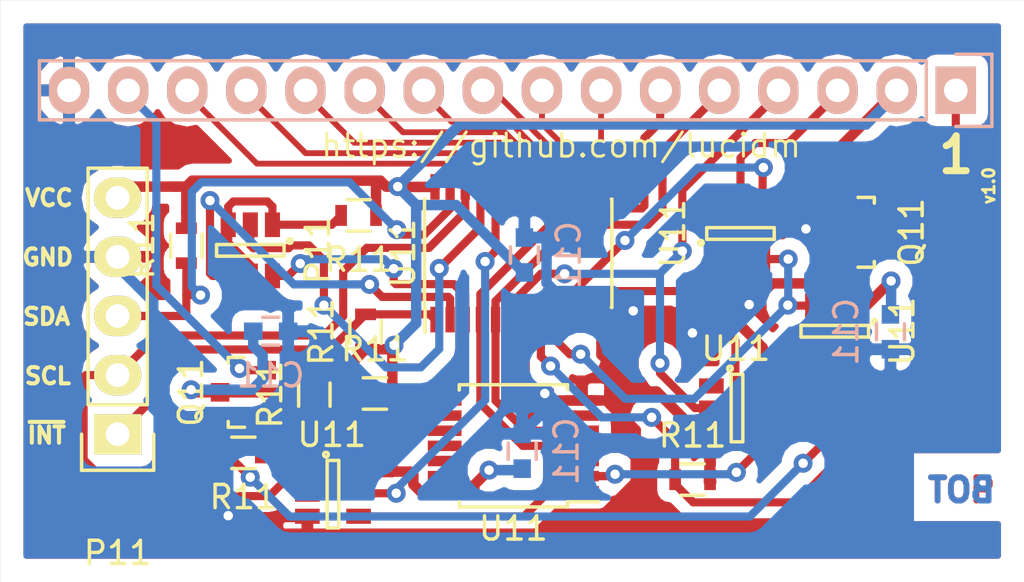
<source format=kicad_pcb>
(kicad_pcb (version 4) (host pcbnew "(2015-12-22 BZR 6403, Git 415c722)-product")

  (general
    (links 74)
    (no_connects 0)
    (area 36.444199 36.444199 80.454201 61.454201)
    (thickness 1.6)
    (drawings 16)
    (tracks 479)
    (zones 0)
    (modules 22)
    (nets 33)
  )

  (page A4)
  (title_block
    (title i2lcd)
    (date 2015-11-17)
    (rev 0.1)
    (company "Jarek Zok <jarekzok@gmail.com>")
    (comment 1 https://github.com/lucidm)
  )

  (layers
    (0 F.Cu signal)
    (31 B.Cu signal)
    (32 B.Adhes user)
    (33 F.Adhes user)
    (34 B.Paste user)
    (35 F.Paste user)
    (36 B.SilkS user)
    (37 F.SilkS user)
    (38 B.Mask user)
    (39 F.Mask user)
    (40 Dwgs.User user)
    (41 Cmts.User user)
    (42 Eco1.User user)
    (43 Eco2.User user)
    (44 Edge.Cuts user)
    (45 Margin user)
    (46 B.CrtYd user)
    (47 F.CrtYd user)
    (48 B.Fab user)
    (49 F.Fab user hide)
  )

  (setup
    (last_trace_width 0.35)
    (trace_clearance 0.2)
    (zone_clearance 0.508)
    (zone_45_only no)
    (trace_min 0.2)
    (segment_width 0.2)
    (edge_width 0.01)
    (via_size 0.8128)
    (via_drill 0.4064)
    (via_min_size 0.7112)
    (via_min_drill 0.4064)
    (uvia_size 0.3)
    (uvia_drill 0.1)
    (uvias_allowed no)
    (uvia_min_size 0)
    (uvia_min_drill 0)
    (pcb_text_width 0.3)
    (pcb_text_size 1.5 1.5)
    (mod_edge_width 0.15)
    (mod_text_size 1 1)
    (mod_text_width 0.15)
    (pad_size 1.524 1.524)
    (pad_drill 0.762)
    (pad_to_mask_clearance 0.2)
    (aux_axis_origin 0 0)
    (grid_origin 212.4456 136.4488)
    (visible_elements FFFFFFFF)
    (pcbplotparams
      (layerselection 0x010f0_80000001)
      (usegerberextensions false)
      (excludeedgelayer true)
      (linewidth 0.100000)
      (plotframeref false)
      (viasonmask false)
      (mode 1)
      (useauxorigin false)
      (hpglpennumber 1)
      (hpglpenspeed 20)
      (hpglpendiameter 15)
      (hpglpenoverlay 2)
      (psnegative false)
      (psa4output false)
      (plotreference true)
      (plotvalue true)
      (plotinvisibletext false)
      (padsonsilk false)
      (subtractmaskfromsilk false)
      (outputformat 1)
      (mirror false)
      (drillshape 0)
      (scaleselection 1)
      (outputdirectory i2lcd-export/))
  )

  (net 0 "")
  (net 1 "Net-(DS1-Pad1)")
  (net 2 VCC)
  (net 3 VO)
  (net 4 R/~S)
  (net 5 R/~W)
  (net 6 E)
  (net 7 /D0)
  (net 8 /D1)
  (net 9 /D2)
  (net 10 /D3)
  (net 11 /D4)
  (net 12 /D5)
  (net 13 /D6)
  (net 14 D7)
  (net 15 LED+)
  (net 16 Vss)
  (net 17 SDA)
  (net 18 SCL)
  (net 19 ~INT)
  (net 20 "Net-(P2-Pad1)")
  (net 21 A0)
  (net 22 A1)
  (net 23 A2)
  (net 24 PWR)
  (net 25 "Net-(Q2-Pad1)")
  (net 26 BRHT)
  (net 27 IRS)
  (net 28 U/~D)
  (net 29 ~ACS)
  (net 30 ~BCS)
  (net 31 "Net-(U4-Pad4)")
  (net 32 "Net-(U5-Pad4)")

  (net_class Default "To jest domyślna klasa połączeń."
    (clearance 0.2)
    (trace_width 0.35)
    (via_dia 0.8128)
    (via_drill 0.4064)
    (uvia_dia 0.3)
    (uvia_drill 0.1)
    (add_net /D0)
    (add_net /D1)
    (add_net /D2)
    (add_net /D3)
    (add_net /D4)
    (add_net /D5)
    (add_net /D6)
    (add_net A0)
    (add_net A1)
    (add_net A2)
    (add_net BRHT)
    (add_net D7)
    (add_net E)
    (add_net IRS)
    (add_net LED+)
    (add_net "Net-(DS1-Pad1)")
    (add_net "Net-(P2-Pad1)")
    (add_net "Net-(Q2-Pad1)")
    (add_net "Net-(U4-Pad4)")
    (add_net "Net-(U5-Pad4)")
    (add_net PWR)
    (add_net R/~S)
    (add_net R/~W)
    (add_net SCL)
    (add_net SDA)
    (add_net U/~D)
    (add_net VO)
    (add_net ~ACS)
    (add_net ~BCS)
    (add_net ~INT)
  )

  (net_class Power ""
    (clearance 0.2)
    (trace_width 0.45)
    (via_dia 0.8128)
    (via_drill 0.4064)
    (uvia_dia 0.3)
    (uvia_drill 0.1)
    (add_net VCC)
    (add_net Vss)
  )

  (module Resistors_SMD:R_0603 (layer F.Cu) (tedit 5415CC62) (tstamp 564B8EF3)
    (at 51.8492 45.6992 180)
    (descr "Resistor SMD 0603, reflow soldering, Vishay (see dcrcw.pdf)")
    (tags "resistor 0603")
    (path /5647935C)
    (attr smd)
    (fp_text reference R11 (at 0 -1.9 180) (layer F.SilkS)
      (effects (font (size 1 1) (thickness 0.15)))
    )
    (fp_text value 47k (at 0 1.9 180) (layer F.Fab)
      (effects (font (size 1 1) (thickness 0.15)))
    )
    (fp_line (start -1.3 -0.8) (end 1.3 -0.8) (layer F.CrtYd) (width 0.05))
    (fp_line (start -1.3 0.8) (end 1.3 0.8) (layer F.CrtYd) (width 0.05))
    (fp_line (start -1.3 -0.8) (end -1.3 0.8) (layer F.CrtYd) (width 0.05))
    (fp_line (start 1.3 -0.8) (end 1.3 0.8) (layer F.CrtYd) (width 0.05))
    (fp_line (start 0.5 0.675) (end -0.5 0.675) (layer F.SilkS) (width 0.15))
    (fp_line (start -0.5 -0.675) (end 0.5 -0.675) (layer F.SilkS) (width 0.15))
    (pad 1 smd rect (at -0.75 0 180) (size 0.5 0.9) (layers F.Cu F.Paste F.Mask)
      (net 2 VCC))
    (pad 2 smd rect (at 0.75 0 180) (size 0.5 0.9) (layers F.Cu F.Paste F.Mask)
      (net 20 "Net-(P2-Pad1)"))
    (model Resistors_SMD.3dshapes/R_0603.wrl
      (at (xyz 0 0 0))
      (scale (xyz 1 1 1))
      (rotate (xyz 0 0 0))
    )
  )

  (module Housings_SSOP:TSSOP-24_4.4x7.8mm_Pitch0.65mm (layer F.Cu) (tedit 54130A77) (tstamp 564B8F4A)
    (at 58.707274 47.324762 90)
    (descr "TSSOP24: plastic thin shrink small outline package; 24 leads; body width 4.4 mm; (see NXP SSOP-TSSOP-VSO-REFLOW.pdf and sot355-1_po.pdf)")
    (tags "SSOP 0.65")
    (path /5646E6C4)
    (attr smd)
    (fp_text reference U11 (at 0 -4.95 90) (layer F.SilkS)
      (effects (font (size 1 1) (thickness 0.15)))
    )
    (fp_text value PCA9535 (at 0 4.95 90) (layer F.Fab)
      (effects (font (size 1 1) (thickness 0.15)))
    )
    (fp_line (start -3.65 -4.2) (end -3.65 4.2) (layer F.CrtYd) (width 0.05))
    (fp_line (start 3.65 -4.2) (end 3.65 4.2) (layer F.CrtYd) (width 0.05))
    (fp_line (start -3.65 -4.2) (end 3.65 -4.2) (layer F.CrtYd) (width 0.05))
    (fp_line (start -3.65 4.2) (end 3.65 4.2) (layer F.CrtYd) (width 0.05))
    (fp_line (start -2.325 -4.025) (end -2.325 -4) (layer F.SilkS) (width 0.15))
    (fp_line (start 2.325 -4.025) (end 2.325 -4) (layer F.SilkS) (width 0.15))
    (fp_line (start 2.325 4.025) (end 2.325 4) (layer F.SilkS) (width 0.15))
    (fp_line (start -2.325 4.025) (end -2.325 4) (layer F.SilkS) (width 0.15))
    (fp_line (start -2.325 -4.025) (end 2.325 -4.025) (layer F.SilkS) (width 0.15))
    (fp_line (start -2.325 4.025) (end 2.325 4.025) (layer F.SilkS) (width 0.15))
    (fp_line (start -2.325 -4) (end -3.4 -4) (layer F.SilkS) (width 0.15))
    (pad 1 smd rect (at -2.85 -3.575 90) (size 1.1 0.4) (layers F.Cu F.Paste F.Mask)
      (net 19 ~INT))
    (pad 2 smd rect (at -2.85 -2.925 90) (size 1.1 0.4) (layers F.Cu F.Paste F.Mask)
      (net 22 A1))
    (pad 3 smd rect (at -2.85 -2.275 90) (size 1.1 0.4) (layers F.Cu F.Paste F.Mask)
      (net 23 A2))
    (pad 4 smd rect (at -2.85 -1.625 90) (size 1.1 0.4) (layers F.Cu F.Paste F.Mask)
      (net 6 E))
    (pad 5 smd rect (at -2.85 -0.975 90) (size 1.1 0.4) (layers F.Cu F.Paste F.Mask)
      (net 5 R/~W))
    (pad 6 smd rect (at -2.85 -0.325 90) (size 1.1 0.4) (layers F.Cu F.Paste F.Mask)
      (net 4 R/~S))
    (pad 7 smd rect (at -2.85 0.325 90) (size 1.1 0.4) (layers F.Cu F.Paste F.Mask)
      (net 27 IRS))
    (pad 8 smd rect (at -2.85 0.975 90) (size 1.1 0.4) (layers F.Cu F.Paste F.Mask)
      (net 24 PWR))
    (pad 9 smd rect (at -2.85 1.625 90) (size 1.1 0.4) (layers F.Cu F.Paste F.Mask)
      (net 28 U/~D))
    (pad 10 smd rect (at -2.85 2.275 90) (size 1.1 0.4) (layers F.Cu F.Paste F.Mask)
      (net 29 ~ACS))
    (pad 11 smd rect (at -2.85 2.925 90) (size 1.1 0.4) (layers F.Cu F.Paste F.Mask)
      (net 30 ~BCS))
    (pad 12 smd rect (at -2.85 3.575 90) (size 1.1 0.4) (layers F.Cu F.Paste F.Mask)
      (net 16 Vss))
    (pad 13 smd rect (at 2.85 3.575 90) (size 1.1 0.4) (layers F.Cu F.Paste F.Mask)
      (net 7 /D0))
    (pad 14 smd rect (at 2.85 2.925 90) (size 1.1 0.4) (layers F.Cu F.Paste F.Mask)
      (net 8 /D1))
    (pad 15 smd rect (at 2.85 2.275 90) (size 1.1 0.4) (layers F.Cu F.Paste F.Mask)
      (net 9 /D2))
    (pad 16 smd rect (at 2.85 1.625 90) (size 1.1 0.4) (layers F.Cu F.Paste F.Mask)
      (net 10 /D3))
    (pad 17 smd rect (at 2.85 0.975 90) (size 1.1 0.4) (layers F.Cu F.Paste F.Mask)
      (net 11 /D4))
    (pad 18 smd rect (at 2.85 0.325 90) (size 1.1 0.4) (layers F.Cu F.Paste F.Mask)
      (net 12 /D5))
    (pad 19 smd rect (at 2.85 -0.325 90) (size 1.1 0.4) (layers F.Cu F.Paste F.Mask)
      (net 13 /D6))
    (pad 20 smd rect (at 2.85 -0.975 90) (size 1.1 0.4) (layers F.Cu F.Paste F.Mask)
      (net 14 D7))
    (pad 21 smd rect (at 2.85 -1.625 90) (size 1.1 0.4) (layers F.Cu F.Paste F.Mask)
      (net 21 A0))
    (pad 22 smd rect (at 2.85 -2.275 90) (size 1.1 0.4) (layers F.Cu F.Paste F.Mask)
      (net 18 SCL))
    (pad 23 smd rect (at 2.85 -2.925 90) (size 1.1 0.4) (layers F.Cu F.Paste F.Mask)
      (net 17 SDA))
    (pad 24 smd rect (at 2.85 -3.575 90) (size 1.1 0.4) (layers F.Cu F.Paste F.Mask)
      (net 2 VCC))
    (model Housings_SSOP.3dshapes/TSSOP-24_4.4x7.8mm_Pitch0.65mm.wrl
      (at (xyz 0 0 0))
      (scale (xyz 1 1 1))
      (rotate (xyz 0 0 0))
    )
  )

  (module Housings_SSOP:TSSOP-14_4.4x5mm_Pitch0.65mm (layer F.Cu) (tedit 54130A77) (tstamp 564B8FA9)
    (at 58.4992 55.5992 180)
    (descr "14-Lead Plastic Thin Shrink Small Outline (ST)-4.4 mm Body [TSSOP] (see Microchip Packaging Specification 00000049BS.pdf)")
    (tags "SSOP 0.65")
    (path /5647A503)
    (attr smd)
    (fp_text reference U11 (at 0 -3.55 180) (layer F.SilkS)
      (effects (font (size 1 1) (thickness 0.15)))
    )
    (fp_text value 74LS21 (at 0 3.55 180) (layer F.Fab)
      (effects (font (size 1 1) (thickness 0.15)))
    )
    (fp_line (start -3.95 -2.8) (end -3.95 2.8) (layer F.CrtYd) (width 0.05))
    (fp_line (start 3.95 -2.8) (end 3.95 2.8) (layer F.CrtYd) (width 0.05))
    (fp_line (start -3.95 -2.8) (end 3.95 -2.8) (layer F.CrtYd) (width 0.05))
    (fp_line (start -3.95 2.8) (end 3.95 2.8) (layer F.CrtYd) (width 0.05))
    (fp_line (start -2.325 -2.625) (end -2.325 -2.4) (layer F.SilkS) (width 0.15))
    (fp_line (start 2.325 -2.625) (end 2.325 -2.4) (layer F.SilkS) (width 0.15))
    (fp_line (start 2.325 2.625) (end 2.325 2.4) (layer F.SilkS) (width 0.15))
    (fp_line (start -2.325 2.625) (end -2.325 2.4) (layer F.SilkS) (width 0.15))
    (fp_line (start -2.325 -2.625) (end 2.325 -2.625) (layer F.SilkS) (width 0.15))
    (fp_line (start -2.325 2.625) (end 2.325 2.625) (layer F.SilkS) (width 0.15))
    (fp_line (start -2.325 -2.4) (end -3.675 -2.4) (layer F.SilkS) (width 0.15))
    (pad 1 smd rect (at -2.95 -1.95 180) (size 1.45 0.45) (layers F.Cu F.Paste F.Mask)
      (net 32 "Net-(U5-Pad4)"))
    (pad 2 smd rect (at -2.95 -1.3 180) (size 1.45 0.45) (layers F.Cu F.Paste F.Mask)
      (net 31 "Net-(U4-Pad4)"))
    (pad 3 smd rect (at -2.95 -0.65 180) (size 1.45 0.45) (layers F.Cu F.Paste F.Mask))
    (pad 4 smd rect (at -2.95 0 180) (size 1.45 0.45) (layers F.Cu F.Paste F.Mask)
      (net 6 E))
    (pad 5 smd rect (at -2.95 0.65 180) (size 1.45 0.45) (layers F.Cu F.Paste F.Mask)
      (net 5 R/~W))
    (pad 6 smd rect (at -2.95 1.3 180) (size 1.45 0.45) (layers F.Cu F.Paste F.Mask)
      (net 27 IRS))
    (pad 7 smd rect (at -2.95 1.95 180) (size 1.45 0.45) (layers F.Cu F.Paste F.Mask)
      (net 16 Vss))
    (pad 8 smd rect (at 2.95 1.95 180) (size 1.45 0.45) (layers F.Cu F.Paste F.Mask))
    (pad 9 smd rect (at 2.95 1.3 180) (size 1.45 0.45) (layers F.Cu F.Paste F.Mask))
    (pad 10 smd rect (at 2.95 0.65 180) (size 1.45 0.45) (layers F.Cu F.Paste F.Mask))
    (pad 11 smd rect (at 2.95 0 180) (size 1.45 0.45) (layers F.Cu F.Paste F.Mask))
    (pad 12 smd rect (at 2.95 -0.65 180) (size 1.45 0.45) (layers F.Cu F.Paste F.Mask))
    (pad 13 smd rect (at 2.95 -1.3 180) (size 1.45 0.45) (layers F.Cu F.Paste F.Mask))
    (pad 14 smd rect (at 2.95 -1.95 180) (size 1.45 0.45) (layers F.Cu F.Paste F.Mask)
      (net 2 VCC))
    (model Housings_SSOP.3dshapes/TSSOP-14_4.4x5mm_Pitch0.65mm.wrl
      (at (xyz 0 0 0))
      (scale (xyz 1 1 1))
      (rotate (xyz 0 0 0))
    )
  )

  (module Capacitors_SMD:C_0603 (layer B.Cu) (tedit 5415D631) (tstamp 56509AC3)
    (at 74.6992 50.6992 270)
    (descr "Capacitor SMD 0603, reflow soldering, AVX (see smccp.pdf)")
    (tags "capacitor 0603")
    (path /5650A4C7)
    (attr smd)
    (fp_text reference C11 (at 0 1.9 270) (layer B.SilkS)
      (effects (font (size 1 1) (thickness 0.15)) (justify mirror))
    )
    (fp_text value 100n (at 0 -1.9 270) (layer B.Fab)
      (effects (font (size 1 1) (thickness 0.15)) (justify mirror))
    )
    (fp_line (start -1.45 0.75) (end 1.45 0.75) (layer B.CrtYd) (width 0.05))
    (fp_line (start -1.45 -0.75) (end 1.45 -0.75) (layer B.CrtYd) (width 0.05))
    (fp_line (start -1.45 0.75) (end -1.45 -0.75) (layer B.CrtYd) (width 0.05))
    (fp_line (start 1.45 0.75) (end 1.45 -0.75) (layer B.CrtYd) (width 0.05))
    (fp_line (start -0.35 0.6) (end 0.35 0.6) (layer B.SilkS) (width 0.15))
    (fp_line (start 0.35 -0.6) (end -0.35 -0.6) (layer B.SilkS) (width 0.15))
    (pad 1 smd rect (at -0.75 0 270) (size 0.8 0.75) (layers B.Cu B.Paste B.Mask)
      (net 2 VCC))
    (pad 2 smd rect (at 0.75 0 270) (size 0.8 0.75) (layers B.Cu B.Paste B.Mask)
      (net 16 Vss))
    (model Capacitors_SMD.3dshapes/C_0603.wrl
      (at (xyz 0 0 0))
      (scale (xyz 1 1 1))
      (rotate (xyz 0 0 0))
    )
  )

  (module Capacitors_SMD:C_0603 (layer B.Cu) (tedit 5415D631) (tstamp 56509AB7)
    (at 48.0742 50.6742)
    (descr "Capacitor SMD 0603, reflow soldering, AVX (see smccp.pdf)")
    (tags "capacitor 0603")
    (path /56509A60)
    (attr smd)
    (fp_text reference C11 (at 0 1.9) (layer B.SilkS)
      (effects (font (size 1 1) (thickness 0.15)) (justify mirror))
    )
    (fp_text value 100n (at 0 -1.9) (layer B.Fab)
      (effects (font (size 1 1) (thickness 0.15)) (justify mirror))
    )
    (fp_line (start -1.45 0.75) (end 1.45 0.75) (layer B.CrtYd) (width 0.05))
    (fp_line (start -1.45 -0.75) (end 1.45 -0.75) (layer B.CrtYd) (width 0.05))
    (fp_line (start -1.45 0.75) (end -1.45 -0.75) (layer B.CrtYd) (width 0.05))
    (fp_line (start 1.45 0.75) (end 1.45 -0.75) (layer B.CrtYd) (width 0.05))
    (fp_line (start -0.35 0.6) (end 0.35 0.6) (layer B.SilkS) (width 0.15))
    (fp_line (start 0.35 -0.6) (end -0.35 -0.6) (layer B.SilkS) (width 0.15))
    (pad 1 smd rect (at -0.75 0) (size 0.8 0.75) (layers B.Cu B.Paste B.Mask)
      (net 2 VCC))
    (pad 2 smd rect (at 0.75 0) (size 0.8 0.75) (layers B.Cu B.Paste B.Mask)
      (net 16 Vss))
    (model Capacitors_SMD.3dshapes/C_0603.wrl
      (at (xyz 0 0 0))
      (scale (xyz 1 1 1))
      (rotate (xyz 0 0 0))
    )
  )

  (module Capacitors_SMD:C_0603 (layer B.Cu) (tedit 5415D631) (tstamp 56509AAB)
    (at 58.8772 55.8292 90)
    (descr "Capacitor SMD 0603, reflow soldering, AVX (see smccp.pdf)")
    (tags "capacitor 0603")
    (path /5650A521)
    (attr smd)
    (fp_text reference C11 (at 0 1.9 90) (layer B.SilkS)
      (effects (font (size 1 1) (thickness 0.15)) (justify mirror))
    )
    (fp_text value 100n (at 0 -1.9 90) (layer B.Fab)
      (effects (font (size 1 1) (thickness 0.15)) (justify mirror))
    )
    (fp_line (start -1.45 0.75) (end 1.45 0.75) (layer B.CrtYd) (width 0.05))
    (fp_line (start -1.45 -0.75) (end 1.45 -0.75) (layer B.CrtYd) (width 0.05))
    (fp_line (start -1.45 0.75) (end -1.45 -0.75) (layer B.CrtYd) (width 0.05))
    (fp_line (start 1.45 0.75) (end 1.45 -0.75) (layer B.CrtYd) (width 0.05))
    (fp_line (start -0.35 0.6) (end 0.35 0.6) (layer B.SilkS) (width 0.15))
    (fp_line (start 0.35 -0.6) (end -0.35 -0.6) (layer B.SilkS) (width 0.15))
    (pad 1 smd rect (at -0.75 0 90) (size 0.8 0.75) (layers B.Cu B.Paste B.Mask)
      (net 2 VCC))
    (pad 2 smd rect (at 0.75 0 90) (size 0.8 0.75) (layers B.Cu B.Paste B.Mask)
      (net 16 Vss))
    (model Capacitors_SMD.3dshapes/C_0603.wrl
      (at (xyz 0 0 0))
      (scale (xyz 1 1 1))
      (rotate (xyz 0 0 0))
    )
  )

  (module Capacitors_SMD:C_0603 (layer B.Cu) (tedit 5415D631) (tstamp 56509A9F)
    (at 58.9742 47.3992 90)
    (descr "Capacitor SMD 0603, reflow soldering, AVX (see smccp.pdf)")
    (tags "capacitor 0603")
    (path /5650A58A)
    (attr smd)
    (fp_text reference C11 (at 0 1.9 90) (layer B.SilkS)
      (effects (font (size 1 1) (thickness 0.15)) (justify mirror))
    )
    (fp_text value 100n (at 0 -1.9 90) (layer B.Fab)
      (effects (font (size 1 1) (thickness 0.15)) (justify mirror))
    )
    (fp_line (start -1.45 0.75) (end 1.45 0.75) (layer B.CrtYd) (width 0.05))
    (fp_line (start -1.45 -0.75) (end 1.45 -0.75) (layer B.CrtYd) (width 0.05))
    (fp_line (start -1.45 0.75) (end -1.45 -0.75) (layer B.CrtYd) (width 0.05))
    (fp_line (start 1.45 0.75) (end 1.45 -0.75) (layer B.CrtYd) (width 0.05))
    (fp_line (start -0.35 0.6) (end 0.35 0.6) (layer B.SilkS) (width 0.15))
    (fp_line (start 0.35 -0.6) (end -0.35 -0.6) (layer B.SilkS) (width 0.15))
    (pad 1 smd rect (at -0.75 0 90) (size 0.8 0.75) (layers B.Cu B.Paste B.Mask)
      (net 2 VCC))
    (pad 2 smd rect (at 0.75 0 90) (size 0.8 0.75) (layers B.Cu B.Paste B.Mask)
      (net 16 Vss))
    (model Capacitors_SMD.3dshapes/C_0603.wrl
      (at (xyz 0 0 0))
      (scale (xyz 1 1 1))
      (rotate (xyz 0 0 0))
    )
  )

  (module Pin_Headers:Pin_Header_Straight_1x05 (layer F.Cu) (tedit 54EA0684) (tstamp 564B8EB0)
    (at 41.4992 55.0992 180)
    (descr "Through hole pin header")
    (tags "pin header")
    (path /5646FD2F)
    (fp_text reference P11 (at 0 -5.1 180) (layer F.SilkS)
      (effects (font (size 1 1) (thickness 0.15)))
    )
    (fp_text value CONN_01X05 (at 0 -3.1 180) (layer F.Fab)
      (effects (font (size 1 1) (thickness 0.15)))
    )
    (fp_line (start -1.55 0) (end -1.55 -1.55) (layer F.SilkS) (width 0.15))
    (fp_line (start -1.55 -1.55) (end 1.55 -1.55) (layer F.SilkS) (width 0.15))
    (fp_line (start 1.55 -1.55) (end 1.55 0) (layer F.SilkS) (width 0.15))
    (fp_line (start -1.75 -1.75) (end -1.75 11.95) (layer F.CrtYd) (width 0.05))
    (fp_line (start 1.75 -1.75) (end 1.75 11.95) (layer F.CrtYd) (width 0.05))
    (fp_line (start -1.75 -1.75) (end 1.75 -1.75) (layer F.CrtYd) (width 0.05))
    (fp_line (start -1.75 11.95) (end 1.75 11.95) (layer F.CrtYd) (width 0.05))
    (fp_line (start 1.27 1.27) (end 1.27 11.43) (layer F.SilkS) (width 0.15))
    (fp_line (start 1.27 11.43) (end -1.27 11.43) (layer F.SilkS) (width 0.15))
    (fp_line (start -1.27 11.43) (end -1.27 1.27) (layer F.SilkS) (width 0.15))
    (fp_line (start 1.27 1.27) (end -1.27 1.27) (layer F.SilkS) (width 0.15))
    (pad 1 thru_hole rect (at 0 0 180) (size 2.032 1.7272) (drill 1.016) (layers *.Cu *.Mask F.SilkS)
      (net 19 ~INT))
    (pad 2 thru_hole oval (at 0 2.54 180) (size 2.032 1.7272) (drill 1.016) (layers *.Cu *.Mask F.SilkS)
      (net 18 SCL))
    (pad 3 thru_hole oval (at 0 5.08 180) (size 2.032 1.7272) (drill 1.016) (layers *.Cu *.Mask F.SilkS)
      (net 17 SDA))
    (pad 4 thru_hole oval (at 0 7.62 180) (size 2.032 1.7272) (drill 1.016) (layers *.Cu *.Mask F.SilkS)
      (net 16 Vss))
    (pad 5 thru_hole oval (at 0 10.16 180) (size 2.032 1.7272) (drill 1.016) (layers *.Cu *.Mask F.SilkS)
      (net 2 VCC))
    (model Pin_Headers.3dshapes/Pin_Header_Straight_1x05.wrl
      (at (xyz 0 -0.2 0))
      (scale (xyz 1 1 1))
      (rotate (xyz 0 0 90))
    )
  )

  (module Resistors_SMD:R_0603 (layer F.Cu) (tedit 5415CC62) (tstamp 564B907C)
    (at 52.5492 53.3492)
    (descr "Resistor SMD 0603, reflow soldering, Vishay (see dcrcw.pdf)")
    (tags "resistor 0603")
    (path /564B9379)
    (attr smd)
    (fp_text reference R11 (at 0 -1.9) (layer F.SilkS)
      (effects (font (size 1 1) (thickness 0.15)))
    )
    (fp_text value 4.7k (at 0 1.9) (layer F.Fab)
      (effects (font (size 1 1) (thickness 0.15)))
    )
    (fp_line (start -1.3 -0.8) (end 1.3 -0.8) (layer F.CrtYd) (width 0.05))
    (fp_line (start -1.3 0.8) (end 1.3 0.8) (layer F.CrtYd) (width 0.05))
    (fp_line (start -1.3 -0.8) (end -1.3 0.8) (layer F.CrtYd) (width 0.05))
    (fp_line (start 1.3 -0.8) (end 1.3 0.8) (layer F.CrtYd) (width 0.05))
    (fp_line (start 0.5 0.675) (end -0.5 0.675) (layer F.SilkS) (width 0.15))
    (fp_line (start -0.5 -0.675) (end 0.5 -0.675) (layer F.SilkS) (width 0.15))
    (pad 1 smd rect (at -0.75 0) (size 0.5 0.9) (layers F.Cu F.Paste F.Mask)
      (net 18 SCL))
    (pad 2 smd rect (at 0.75 0) (size 0.5 0.9) (layers F.Cu F.Paste F.Mask)
      (net 2 VCC))
    (model Resistors_SMD.3dshapes/R_0603.wrl
      (at (xyz 0 0 0))
      (scale (xyz 1 1 1))
      (rotate (xyz 0 0 0))
    )
  )

  (module Resistors_SMD:R_0603 (layer F.Cu) (tedit 5415CC62) (tstamp 564B9070)
    (at 44.4492 46.9992 90)
    (descr "Resistor SMD 0603, reflow soldering, Vishay (see dcrcw.pdf)")
    (tags "resistor 0603")
    (path /564B930C)
    (attr smd)
    (fp_text reference R11 (at 0 -1.9 90) (layer F.SilkS)
      (effects (font (size 1 1) (thickness 0.15)))
    )
    (fp_text value 4.7k (at 0 1.9 90) (layer F.Fab)
      (effects (font (size 1 1) (thickness 0.15)))
    )
    (fp_line (start -1.3 -0.8) (end 1.3 -0.8) (layer F.CrtYd) (width 0.05))
    (fp_line (start -1.3 0.8) (end 1.3 0.8) (layer F.CrtYd) (width 0.05))
    (fp_line (start -1.3 -0.8) (end -1.3 0.8) (layer F.CrtYd) (width 0.05))
    (fp_line (start 1.3 -0.8) (end 1.3 0.8) (layer F.CrtYd) (width 0.05))
    (fp_line (start 0.5 0.675) (end -0.5 0.675) (layer F.SilkS) (width 0.15))
    (fp_line (start -0.5 -0.675) (end 0.5 -0.675) (layer F.SilkS) (width 0.15))
    (pad 1 smd rect (at -0.75 0 90) (size 0.5 0.9) (layers F.Cu F.Paste F.Mask)
      (net 17 SDA))
    (pad 2 smd rect (at 0.75 0 90) (size 0.5 0.9) (layers F.Cu F.Paste F.Mask)
      (net 2 VCC))
    (model Resistors_SMD.3dshapes/R_0603.wrl
      (at (xyz 0 0 0))
      (scale (xyz 1 1 1))
      (rotate (xyz 0 0 0))
    )
  )

  (module Resistors_SMD:R_0603 (layer F.Cu) (tedit 5415CC62) (tstamp 564B8F23)
    (at 52.1492 50.6992 90)
    (descr "Resistor SMD 0603, reflow soldering, Vishay (see dcrcw.pdf)")
    (tags "resistor 0603")
    (path /5648A766)
    (attr smd)
    (fp_text reference R11 (at 0 -1.9 90) (layer F.SilkS)
      (effects (font (size 1 1) (thickness 0.15)))
    )
    (fp_text value 4.7k (at 0 1.9 90) (layer F.Fab)
      (effects (font (size 1 1) (thickness 0.15)))
    )
    (fp_line (start -1.3 -0.8) (end 1.3 -0.8) (layer F.CrtYd) (width 0.05))
    (fp_line (start -1.3 0.8) (end 1.3 0.8) (layer F.CrtYd) (width 0.05))
    (fp_line (start -1.3 -0.8) (end -1.3 0.8) (layer F.CrtYd) (width 0.05))
    (fp_line (start 1.3 -0.8) (end 1.3 0.8) (layer F.CrtYd) (width 0.05))
    (fp_line (start 0.5 0.675) (end -0.5 0.675) (layer F.SilkS) (width 0.15))
    (fp_line (start -0.5 -0.675) (end 0.5 -0.675) (layer F.SilkS) (width 0.15))
    (pad 1 smd rect (at -0.75 0 90) (size 0.5 0.9) (layers F.Cu F.Paste F.Mask)
      (net 2 VCC))
    (pad 2 smd rect (at 0.75 0 90) (size 0.5 0.9) (layers F.Cu F.Paste F.Mask)
      (net 19 ~INT))
    (model Resistors_SMD.3dshapes/R_0603.wrl
      (at (xyz 0 0 0))
      (scale (xyz 1 1 1))
      (rotate (xyz 0 0 0))
    )
  )

  (module Resistors_SMD:R_0603 (layer F.Cu) (tedit 5415CC62) (tstamp 564B8F17)
    (at 49.9492 53.3992 90)
    (descr "Resistor SMD 0603, reflow soldering, Vishay (see dcrcw.pdf)")
    (tags "resistor 0603")
    (path /564741C2)
    (attr smd)
    (fp_text reference R11 (at 0 -1.9 90) (layer F.SilkS)
      (effects (font (size 1 1) (thickness 0.15)))
    )
    (fp_text value 220k (at 0 1.9 90) (layer F.Fab)
      (effects (font (size 1 1) (thickness 0.15)))
    )
    (fp_line (start -1.3 -0.8) (end 1.3 -0.8) (layer F.CrtYd) (width 0.05))
    (fp_line (start -1.3 0.8) (end 1.3 0.8) (layer F.CrtYd) (width 0.05))
    (fp_line (start -1.3 -0.8) (end -1.3 0.8) (layer F.CrtYd) (width 0.05))
    (fp_line (start 1.3 -0.8) (end 1.3 0.8) (layer F.CrtYd) (width 0.05))
    (fp_line (start 0.5 0.675) (end -0.5 0.675) (layer F.SilkS) (width 0.15))
    (fp_line (start -0.5 -0.675) (end 0.5 -0.675) (layer F.SilkS) (width 0.15))
    (pad 1 smd rect (at -0.75 0 90) (size 0.5 0.9) (layers F.Cu F.Paste F.Mask)
      (net 25 "Net-(Q2-Pad1)"))
    (pad 2 smd rect (at 0.75 0 90) (size 0.5 0.9) (layers F.Cu F.Paste F.Mask)
      (net 2 VCC))
    (model Resistors_SMD.3dshapes/R_0603.wrl
      (at (xyz 0 0 0))
      (scale (xyz 1 1 1))
      (rotate (xyz 0 0 0))
    )
  )

  (module Resistors_SMD:R_0603 (layer F.Cu) (tedit 5415CC62) (tstamp 564B8F0B)
    (at 46.8992 55.8992 180)
    (descr "Resistor SMD 0603, reflow soldering, Vishay (see dcrcw.pdf)")
    (tags "resistor 0603")
    (path /56491745)
    (attr smd)
    (fp_text reference R11 (at 0 -1.9 180) (layer F.SilkS)
      (effects (font (size 1 1) (thickness 0.15)))
    )
    (fp_text value 4.7k (at 0 1.9 180) (layer F.Fab)
      (effects (font (size 1 1) (thickness 0.15)))
    )
    (fp_line (start -1.3 -0.8) (end 1.3 -0.8) (layer F.CrtYd) (width 0.05))
    (fp_line (start -1.3 0.8) (end 1.3 0.8) (layer F.CrtYd) (width 0.05))
    (fp_line (start -1.3 -0.8) (end -1.3 0.8) (layer F.CrtYd) (width 0.05))
    (fp_line (start 1.3 -0.8) (end 1.3 0.8) (layer F.CrtYd) (width 0.05))
    (fp_line (start 0.5 0.675) (end -0.5 0.675) (layer F.SilkS) (width 0.15))
    (fp_line (start -0.5 -0.675) (end 0.5 -0.675) (layer F.SilkS) (width 0.15))
    (pad 1 smd rect (at -0.75 0 180) (size 0.5 0.9) (layers F.Cu F.Paste F.Mask)
      (net 25 "Net-(Q2-Pad1)"))
    (pad 2 smd rect (at 0.75 0 180) (size 0.5 0.9) (layers F.Cu F.Paste F.Mask)
      (net 26 BRHT))
    (model Resistors_SMD.3dshapes/R_0603.wrl
      (at (xyz 0 0 0))
      (scale (xyz 1 1 1))
      (rotate (xyz 0 0 0))
    )
  )

  (module Resistors_SMD:R_0603 (layer F.Cu) (tedit 5415CC62) (tstamp 564B8EFF)
    (at 66.1992 57.0492)
    (descr "Resistor SMD 0603, reflow soldering, Vishay (see dcrcw.pdf)")
    (tags "resistor 0603")
    (path /56472EAB)
    (attr smd)
    (fp_text reference R11 (at 0 -1.9) (layer F.SilkS)
      (effects (font (size 1 1) (thickness 0.15)))
    )
    (fp_text value 100k (at 0 1.9) (layer F.Fab)
      (effects (font (size 1 1) (thickness 0.15)))
    )
    (fp_line (start -1.3 -0.8) (end 1.3 -0.8) (layer F.CrtYd) (width 0.05))
    (fp_line (start -1.3 0.8) (end 1.3 0.8) (layer F.CrtYd) (width 0.05))
    (fp_line (start -1.3 -0.8) (end -1.3 0.8) (layer F.CrtYd) (width 0.05))
    (fp_line (start 1.3 -0.8) (end 1.3 0.8) (layer F.CrtYd) (width 0.05))
    (fp_line (start 0.5 0.675) (end -0.5 0.675) (layer F.SilkS) (width 0.15))
    (fp_line (start -0.5 -0.675) (end 0.5 -0.675) (layer F.SilkS) (width 0.15))
    (pad 1 smd rect (at -0.75 0) (size 0.5 0.9) (layers F.Cu F.Paste F.Mask)
      (net 24 PWR))
    (pad 2 smd rect (at 0.75 0) (size 0.5 0.9) (layers F.Cu F.Paste F.Mask)
      (net 16 Vss))
    (model Resistors_SMD.3dshapes/R_0603.wrl
      (at (xyz 0 0 0))
      (scale (xyz 1 1 1))
      (rotate (xyz 0 0 0))
    )
  )

  (module Pin_Headers:Pin_Header_Straight_1x16 (layer B.Cu) (tedit 56BB72E5) (tstamp 564B8E6F)
    (at 77.507274 40.324762 90)
    (descr "Through hole pin header")
    (tags "pin header")
    (path /5647021F)
    (fp_text reference DS11 (at 0 5.1 90) (layer B.SilkS) hide
      (effects (font (size 1 1) (thickness 0.15)) (justify mirror))
    )
    (fp_text value LCD-016N002L (at 0 3.1 90) (layer B.Fab) hide
      (effects (font (size 1 1) (thickness 0.15)) (justify mirror))
    )
    (fp_line (start -1.75 1.75) (end -1.75 -39.85) (layer B.CrtYd) (width 0.05))
    (fp_line (start 1.75 1.75) (end 1.75 -39.85) (layer B.CrtYd) (width 0.05))
    (fp_line (start -1.75 1.75) (end 1.75 1.75) (layer B.CrtYd) (width 0.05))
    (fp_line (start -1.75 -39.85) (end 1.75 -39.85) (layer B.CrtYd) (width 0.05))
    (fp_line (start -1.27 -1.27) (end -1.27 -39.37) (layer B.SilkS) (width 0.15))
    (fp_line (start -1.27 -39.37) (end 1.27 -39.37) (layer B.SilkS) (width 0.15))
    (fp_line (start 1.27 -39.37) (end 1.27 -1.27) (layer B.SilkS) (width 0.15))
    (fp_line (start 1.55 1.55) (end 1.55 0) (layer B.SilkS) (width 0.15))
    (fp_line (start 1.27 -1.27) (end -1.27 -1.27) (layer B.SilkS) (width 0.15))
    (fp_line (start -1.55 0) (end -1.55 1.55) (layer B.SilkS) (width 0.15))
    (fp_line (start -1.55 1.55) (end 1.55 1.55) (layer B.SilkS) (width 0.15))
    (pad 1 thru_hole rect (at 0 0 90) (size 2.032 1.7272) (drill 1.016) (layers *.Cu *.Mask B.SilkS)
      (net 1 "Net-(DS1-Pad1)"))
    (pad 2 thru_hole oval (at 0 -2.54 90) (size 2.032 1.7272) (drill 1.016) (layers *.Cu *.Mask B.SilkS)
      (net 2 VCC))
    (pad 3 thru_hole oval (at 0 -5.08 90) (size 2.032 1.7272) (drill 1.016) (layers *.Cu *.Mask B.SilkS)
      (net 3 VO))
    (pad 4 thru_hole oval (at 0 -7.62 90) (size 2.032 1.7272) (drill 1.016) (layers *.Cu *.Mask B.SilkS)
      (net 4 R/~S))
    (pad 5 thru_hole oval (at 0 -10.16 90) (size 2.032 1.7272) (drill 1.016) (layers *.Cu *.Mask B.SilkS)
      (net 5 R/~W))
    (pad 6 thru_hole oval (at 0 -12.7 90) (size 2.032 1.7272) (drill 1.016) (layers *.Cu *.Mask B.SilkS)
      (net 6 E))
    (pad 7 thru_hole oval (at 0 -15.24 90) (size 2.032 1.7272) (drill 1.016) (layers *.Cu *.Mask B.SilkS)
      (net 7 /D0))
    (pad 8 thru_hole oval (at 0 -17.78 90) (size 2.032 1.7272) (drill 1.016) (layers *.Cu *.Mask B.SilkS)
      (net 8 /D1))
    (pad 9 thru_hole oval (at 0 -20.32 90) (size 2.032 1.7272) (drill 1.016) (layers *.Cu *.Mask B.SilkS)
      (net 9 /D2))
    (pad 10 thru_hole oval (at 0 -22.86 90) (size 2.032 1.7272) (drill 1.016) (layers *.Cu *.Mask B.SilkS)
      (net 10 /D3))
    (pad 11 thru_hole oval (at 0 -25.4 90) (size 2.032 1.7272) (drill 1.016) (layers *.Cu *.Mask B.SilkS)
      (net 11 /D4))
    (pad 12 thru_hole oval (at 0 -27.94 90) (size 2.032 1.7272) (drill 1.016) (layers *.Cu *.Mask B.SilkS)
      (net 12 /D5))
    (pad 13 thru_hole oval (at 0 -30.48 90) (size 2.032 1.7272) (drill 1.016) (layers *.Cu *.Mask B.SilkS)
      (net 13 /D6))
    (pad 14 thru_hole oval (at 0 -33.02 90) (size 2.032 1.7272) (drill 1.016) (layers *.Cu *.Mask B.SilkS)
      (net 14 D7))
    (pad 15 thru_hole oval (at 0 -35.56 90) (size 2.032 1.7272) (drill 1.016) (layers *.Cu *.Mask B.SilkS)
      (net 15 LED+))
    (pad 16 thru_hole oval (at 0 -38.1 90) (size 2.032 1.7272) (drill 1.016) (layers *.Cu *.Mask B.SilkS)
      (net 16 Vss))
    (model Pin_Headers.3dshapes/Pin_Header_Straight_1x16.wrl
      (at (xyz 0 -0.75 0))
      (scale (xyz 1 1 1))
      (rotate (xyz 0 0 90))
    )
  )

  (module TO_SOT_Packages_SMD:SOT-23-6 (layer F.Cu) (tedit 53DE8DE3) (tstamp 564B8F59)
    (at 68.257274 46.474762 90)
    (descr "6-pin SOT-23 package")
    (tags SOT-23-6)
    (path /5646E9A4)
    (attr smd)
    (fp_text reference U11 (at 0 -2.9 90) (layer F.SilkS)
      (effects (font (size 1 1) (thickness 0.15)))
    )
    (fp_text value MCP4013T-503 (at 0 2.9 90) (layer F.Fab)
      (effects (font (size 1 1) (thickness 0.15)))
    )
    (fp_circle (center -0.4 -1.7) (end -0.3 -1.7) (layer F.SilkS) (width 0.15))
    (fp_line (start 0.25 -1.45) (end -0.25 -1.45) (layer F.SilkS) (width 0.15))
    (fp_line (start 0.25 1.45) (end 0.25 -1.45) (layer F.SilkS) (width 0.15))
    (fp_line (start -0.25 1.45) (end 0.25 1.45) (layer F.SilkS) (width 0.15))
    (fp_line (start -0.25 -1.45) (end -0.25 1.45) (layer F.SilkS) (width 0.15))
    (pad 1 smd rect (at -1.1 -0.95 90) (size 1.06 0.65) (layers F.Cu F.Paste F.Mask)
      (net 2 VCC))
    (pad 2 smd rect (at -1.1 0 90) (size 1.06 0.65) (layers F.Cu F.Paste F.Mask)
      (net 16 Vss))
    (pad 3 smd rect (at -1.1 0.95 90) (size 1.06 0.65) (layers F.Cu F.Paste F.Mask)
      (net 28 U/~D))
    (pad 4 smd rect (at 1.1 0.95 90) (size 1.06 0.65) (layers F.Cu F.Paste F.Mask)
      (net 29 ~ACS))
    (pad 6 smd rect (at 1.1 -0.95 90) (size 1.06 0.65) (layers F.Cu F.Paste F.Mask)
      (net 2 VCC))
    (pad 5 smd rect (at 1.1 0 90) (size 1.06 0.65) (layers F.Cu F.Paste F.Mask)
      (net 3 VO))
    (model TO_SOT_Packages_SMD.3dshapes/SOT-23-6.wrl
      (at (xyz 0 0 0))
      (scale (xyz 1 1 1))
      (rotate (xyz 0 0 0))
    )
  )

  (module TO_SOT_Packages_SMD:SOT-23 (layer F.Cu) (tedit 553634F8) (tstamp 564B8ED7)
    (at 73.357274 46.424762 270)
    (descr "SOT-23, Standard")
    (tags SOT-23)
    (path /56472CB3)
    (attr smd)
    (fp_text reference Q11 (at 0 -2.25 270) (layer F.SilkS)
      (effects (font (size 1 1) (thickness 0.15)))
    )
    (fp_text value IRLML6244 (at 0 2.3 270) (layer F.Fab)
      (effects (font (size 1 1) (thickness 0.15)))
    )
    (fp_line (start -1.65 -1.6) (end 1.65 -1.6) (layer F.CrtYd) (width 0.05))
    (fp_line (start 1.65 -1.6) (end 1.65 1.6) (layer F.CrtYd) (width 0.05))
    (fp_line (start 1.65 1.6) (end -1.65 1.6) (layer F.CrtYd) (width 0.05))
    (fp_line (start -1.65 1.6) (end -1.65 -1.6) (layer F.CrtYd) (width 0.05))
    (fp_line (start 1.29916 -0.65024) (end 1.2509 -0.65024) (layer F.SilkS) (width 0.15))
    (fp_line (start -1.49982 0.0508) (end -1.49982 -0.65024) (layer F.SilkS) (width 0.15))
    (fp_line (start -1.49982 -0.65024) (end -1.2509 -0.65024) (layer F.SilkS) (width 0.15))
    (fp_line (start 1.29916 -0.65024) (end 1.49982 -0.65024) (layer F.SilkS) (width 0.15))
    (fp_line (start 1.49982 -0.65024) (end 1.49982 0.0508) (layer F.SilkS) (width 0.15))
    (pad 1 smd rect (at -0.95 1.00076 270) (size 0.8001 0.8001) (layers F.Cu F.Paste F.Mask)
      (net 24 PWR))
    (pad 2 smd rect (at 0.95 1.00076 270) (size 0.8001 0.8001) (layers F.Cu F.Paste F.Mask)
      (net 16 Vss))
    (pad 3 smd rect (at 0 -0.99822 270) (size 0.8001 0.8001) (layers F.Cu F.Paste F.Mask)
      (net 1 "Net-(DS1-Pad1)"))
    (model TO_SOT_Packages_SMD.3dshapes/SOT-23.wrl
      (at (xyz 0 0 0))
      (scale (xyz 1 1 1))
      (rotate (xyz 0 0 0))
    )
  )

  (module TO_SOT_Packages_SMD:SOT-23 (layer F.Cu) (tedit 553634F8) (tstamp 564B8EE7)
    (at 46.8992 53.2992 90)
    (descr "SOT-23, Standard")
    (tags SOT-23)
    (path /5649075D)
    (attr smd)
    (fp_text reference Q11 (at 0 -2.25 90) (layer F.SilkS)
      (effects (font (size 1 1) (thickness 0.15)))
    )
    (fp_text value BT2N2222 (at 0 2.3 90) (layer F.Fab)
      (effects (font (size 1 1) (thickness 0.15)))
    )
    (fp_line (start -1.65 -1.6) (end 1.65 -1.6) (layer F.CrtYd) (width 0.05))
    (fp_line (start 1.65 -1.6) (end 1.65 1.6) (layer F.CrtYd) (width 0.05))
    (fp_line (start 1.65 1.6) (end -1.65 1.6) (layer F.CrtYd) (width 0.05))
    (fp_line (start -1.65 1.6) (end -1.65 -1.6) (layer F.CrtYd) (width 0.05))
    (fp_line (start 1.29916 -0.65024) (end 1.2509 -0.65024) (layer F.SilkS) (width 0.15))
    (fp_line (start -1.49982 0.0508) (end -1.49982 -0.65024) (layer F.SilkS) (width 0.15))
    (fp_line (start -1.49982 -0.65024) (end -1.2509 -0.65024) (layer F.SilkS) (width 0.15))
    (fp_line (start 1.29916 -0.65024) (end 1.49982 -0.65024) (layer F.SilkS) (width 0.15))
    (fp_line (start 1.49982 -0.65024) (end 1.49982 0.0508) (layer F.SilkS) (width 0.15))
    (pad 1 smd rect (at -0.95 1.00076 90) (size 0.8001 0.8001) (layers F.Cu F.Paste F.Mask)
      (net 25 "Net-(Q2-Pad1)"))
    (pad 2 smd rect (at 0.95 1.00076 90) (size 0.8001 0.8001) (layers F.Cu F.Paste F.Mask)
      (net 15 LED+))
    (pad 3 smd rect (at 0 -0.99822 90) (size 0.8001 0.8001) (layers F.Cu F.Paste F.Mask)
      (net 2 VCC))
    (model TO_SOT_Packages_SMD.3dshapes/SOT-23.wrl
      (at (xyz 0 0 0))
      (scale (xyz 1 1 1))
      (rotate (xyz 0 0 0))
    )
  )

  (module TO_SOT_Packages_SMD:SOT-23-5 (layer F.Cu) (tedit 55360473) (tstamp 564B8F7A)
    (at 68.107274 53.974762)
    (descr "5-pin SOT23 package")
    (tags SOT-23-5)
    (path /5647A7BB)
    (attr smd)
    (fp_text reference U11 (at -0.05 -2.55) (layer F.SilkS)
      (effects (font (size 1 1) (thickness 0.15)))
    )
    (fp_text value 74AHC1G14 (at -0.05 2.35) (layer F.Fab)
      (effects (font (size 1 1) (thickness 0.15)))
    )
    (fp_line (start -1.8 -1.6) (end 1.8 -1.6) (layer F.CrtYd) (width 0.05))
    (fp_line (start 1.8 -1.6) (end 1.8 1.6) (layer F.CrtYd) (width 0.05))
    (fp_line (start 1.8 1.6) (end -1.8 1.6) (layer F.CrtYd) (width 0.05))
    (fp_line (start -1.8 1.6) (end -1.8 -1.6) (layer F.CrtYd) (width 0.05))
    (fp_circle (center -0.3 -1.7) (end -0.2 -1.7) (layer F.SilkS) (width 0.15))
    (fp_line (start 0.25 -1.45) (end -0.25 -1.45) (layer F.SilkS) (width 0.15))
    (fp_line (start 0.25 1.45) (end 0.25 -1.45) (layer F.SilkS) (width 0.15))
    (fp_line (start -0.25 1.45) (end 0.25 1.45) (layer F.SilkS) (width 0.15))
    (fp_line (start -0.25 -1.45) (end -0.25 1.45) (layer F.SilkS) (width 0.15))
    (pad 1 smd rect (at -1.1 -0.95) (size 1.06 0.65) (layers F.Cu F.Paste F.Mask))
    (pad 2 smd rect (at -1.1 0) (size 1.06 0.65) (layers F.Cu F.Paste F.Mask)
      (net 4 R/~S))
    (pad 3 smd rect (at -1.1 0.95) (size 1.06 0.65) (layers F.Cu F.Paste F.Mask)
      (net 16 Vss))
    (pad 4 smd rect (at 1.1 0.95) (size 1.06 0.65) (layers F.Cu F.Paste F.Mask)
      (net 31 "Net-(U4-Pad4)"))
    (pad 5 smd rect (at 1.1 -0.95) (size 1.06 0.65) (layers F.Cu F.Paste F.Mask)
      (net 2 VCC))
    (model TO_SOT_Packages_SMD.3dshapes/SOT-23-5.wrl
      (at (xyz 0 0 0))
      (scale (xyz 1 1 1))
      (rotate (xyz 0 0 0))
    )
  )

  (module TO_SOT_Packages_SMD:SOT-23-5 (layer F.Cu) (tedit 55360473) (tstamp 564B8F8C)
    (at 50.7492 57.6742)
    (descr "5-pin SOT23 package")
    (tags SOT-23-5)
    (path /5647A892)
    (attr smd)
    (fp_text reference U11 (at -0.05 -2.55) (layer F.SilkS)
      (effects (font (size 1 1) (thickness 0.15)))
    )
    (fp_text value 74AHC1G14 (at -0.05 2.35) (layer F.Fab)
      (effects (font (size 1 1) (thickness 0.15)))
    )
    (fp_line (start -1.8 -1.6) (end 1.8 -1.6) (layer F.CrtYd) (width 0.05))
    (fp_line (start 1.8 -1.6) (end 1.8 1.6) (layer F.CrtYd) (width 0.05))
    (fp_line (start 1.8 1.6) (end -1.8 1.6) (layer F.CrtYd) (width 0.05))
    (fp_line (start -1.8 1.6) (end -1.8 -1.6) (layer F.CrtYd) (width 0.05))
    (fp_circle (center -0.3 -1.7) (end -0.2 -1.7) (layer F.SilkS) (width 0.15))
    (fp_line (start 0.25 -1.45) (end -0.25 -1.45) (layer F.SilkS) (width 0.15))
    (fp_line (start 0.25 1.45) (end 0.25 -1.45) (layer F.SilkS) (width 0.15))
    (fp_line (start -0.25 1.45) (end 0.25 1.45) (layer F.SilkS) (width 0.15))
    (fp_line (start -0.25 -1.45) (end -0.25 1.45) (layer F.SilkS) (width 0.15))
    (pad 1 smd rect (at -1.1 -0.95) (size 1.06 0.65) (layers F.Cu F.Paste F.Mask))
    (pad 2 smd rect (at -1.1 0) (size 1.06 0.65) (layers F.Cu F.Paste F.Mask)
      (net 14 D7))
    (pad 3 smd rect (at -1.1 0.95) (size 1.06 0.65) (layers F.Cu F.Paste F.Mask)
      (net 16 Vss))
    (pad 4 smd rect (at 1.1 0.95) (size 1.06 0.65) (layers F.Cu F.Paste F.Mask)
      (net 32 "Net-(U5-Pad4)"))
    (pad 5 smd rect (at 1.1 -0.95) (size 1.06 0.65) (layers F.Cu F.Paste F.Mask)
      (net 2 VCC))
    (model TO_SOT_Packages_SMD.3dshapes/SOT-23-5.wrl
      (at (xyz 0 0 0))
      (scale (xyz 1 1 1))
      (rotate (xyz 0 0 0))
    )
  )

  (module TO_SOT_Packages_SMD:SOT-23-6 (layer F.Cu) (tedit 53DE8DE3) (tstamp 564B8EC7)
    (at 47.1992 47.1992 270)
    (descr "6-pin SOT-23 package")
    (tags SOT-23-6)
    (path /5648F804)
    (attr smd)
    (fp_text reference P11 (at 0 -2.9 270) (layer F.SilkS)
      (effects (font (size 1 1) (thickness 0.15)))
    )
    (fp_text value CONN_02X03 (at 0 2.9 270) (layer F.Fab)
      (effects (font (size 1 1) (thickness 0.15)))
    )
    (fp_circle (center -0.4 -1.7) (end -0.3 -1.7) (layer F.SilkS) (width 0.15))
    (fp_line (start 0.25 -1.45) (end -0.25 -1.45) (layer F.SilkS) (width 0.15))
    (fp_line (start 0.25 1.45) (end 0.25 -1.45) (layer F.SilkS) (width 0.15))
    (fp_line (start -0.25 1.45) (end 0.25 1.45) (layer F.SilkS) (width 0.15))
    (fp_line (start -0.25 -1.45) (end -0.25 1.45) (layer F.SilkS) (width 0.15))
    (pad 1 smd rect (at -1.1 -0.95 270) (size 1.06 0.65) (layers F.Cu F.Paste F.Mask)
      (net 20 "Net-(P2-Pad1)"))
    (pad 2 smd rect (at -1.1 0 270) (size 1.06 0.65) (layers F.Cu F.Paste F.Mask)
      (net 21 A0))
    (pad 3 smd rect (at -1.1 0.95 270) (size 1.06 0.65) (layers F.Cu F.Paste F.Mask)
      (net 20 "Net-(P2-Pad1)"))
    (pad 4 smd rect (at 1.1 0.95 270) (size 1.06 0.65) (layers F.Cu F.Paste F.Mask)
      (net 22 A1))
    (pad 6 smd rect (at 1.1 -0.95 270) (size 1.06 0.65) (layers F.Cu F.Paste F.Mask)
      (net 23 A2))
    (pad 5 smd rect (at 1.1 0 270) (size 1.06 0.65) (layers F.Cu F.Paste F.Mask)
      (net 20 "Net-(P2-Pad1)"))
    (model TO_SOT_Packages_SMD.3dshapes/SOT-23-6.wrl
      (at (xyz 0 0 0))
      (scale (xyz 1 1 1))
      (rotate (xyz 0 0 0))
    )
  )

  (module TO_SOT_Packages_SMD:SOT-23-6 (layer F.Cu) (tedit 53DE8DE3) (tstamp 564B8F68)
    (at 72.307274 50.674762 270)
    (descr "6-pin SOT-23 package")
    (tags SOT-23-6)
    (path /5646EA59)
    (attr smd)
    (fp_text reference U11 (at 0 -2.9 270) (layer F.SilkS)
      (effects (font (size 1 1) (thickness 0.15)))
    )
    (fp_text value MCP4013T-503 (at 0 2.9 270) (layer F.Fab)
      (effects (font (size 1 1) (thickness 0.15)))
    )
    (fp_circle (center -0.4 -1.7) (end -0.3 -1.7) (layer F.SilkS) (width 0.15))
    (fp_line (start 0.25 -1.45) (end -0.25 -1.45) (layer F.SilkS) (width 0.15))
    (fp_line (start 0.25 1.45) (end 0.25 -1.45) (layer F.SilkS) (width 0.15))
    (fp_line (start -0.25 1.45) (end 0.25 1.45) (layer F.SilkS) (width 0.15))
    (fp_line (start -0.25 -1.45) (end -0.25 1.45) (layer F.SilkS) (width 0.15))
    (pad 1 smd rect (at -1.1 -0.95 270) (size 1.06 0.65) (layers F.Cu F.Paste F.Mask)
      (net 2 VCC))
    (pad 2 smd rect (at -1.1 0 270) (size 1.06 0.65) (layers F.Cu F.Paste F.Mask)
      (net 16 Vss))
    (pad 3 smd rect (at -1.1 0.95 270) (size 1.06 0.65) (layers F.Cu F.Paste F.Mask)
      (net 28 U/~D))
    (pad 4 smd rect (at 1.1 0.95 270) (size 1.06 0.65) (layers F.Cu F.Paste F.Mask)
      (net 30 ~BCS))
    (pad 6 smd rect (at 1.1 -0.95 270) (size 1.06 0.65) (layers F.Cu F.Paste F.Mask)
      (net 2 VCC))
    (pad 5 smd rect (at 1.1 0 270) (size 1.06 0.65) (layers F.Cu F.Paste F.Mask)
      (net 26 BRHT))
    (model TO_SOT_Packages_SMD.3dshapes/SOT-23-6.wrl
      (at (xyz 0 0 0))
      (scale (xyz 1 1 1))
      (rotate (xyz 0 0 0))
    )
  )

  (gr_line (start 80.4492 61.4492) (end 36.4492 61.4492) (layer Edge.Cuts) (width 0.01) (tstamp 5669149A))
  (gr_line (start 80.4492 61.4492) (end 80.4492 36.4492) (layer Edge.Cuts) (width 0.01) (tstamp 56691488))
  (gr_line (start 36.4492 61.4492) (end 80.4492 61.4492) (layer Edge.Cuts) (width 0.01))
  (gr_line (start 80.4492 36.4492) (end 36.4492 36.4492) (layer Edge.Cuts) (width 0.01))
  (gr_line (start 80.4492 61.4492) (end 80.4492 36.4492) (layer Edge.Cuts) (width 0.01) (tstamp 565520B2))
  (gr_line (start 36.4492 61.4492) (end 36.4492 36.4492) (layer Edge.Cuts) (width 0.01))
  (gr_text 1 (at 77.5242 43.0992) (layer F.SilkS)
    (effects (font (size 1.5 1.5) (thickness 0.3)))
  )
  (gr_text BOT (at 77.7492 57.4992) (layer B.Cu)
    (effects (font (size 1 1) (thickness 0.25)) (justify mirror))
  )
  (gr_text TOP (at 77.7492 57.4992) (layer F.Cu)
    (effects (font (size 1 1) (thickness 0.25)))
  )
  (gr_text v1.0 (at 78.9252 44.4232 90) (layer F.SilkS)
    (effects (font (size 0.5 0.5) (thickness 0.125)))
  )
  (gr_text https://github.com/lucidm (at 60.5492 42.6992) (layer F.SilkS)
    (effects (font (size 1 1) (thickness 0.125)))
  )
  (gr_text ~INT (at 38.4456 55.1488) (layer F.SilkS)
    (effects (font (size 0.7 0.7) (thickness 0.175)))
  )
  (gr_text SDA (at 38.4456 50.0488) (layer F.SilkS)
    (effects (font (size 0.7 0.7) (thickness 0.175)))
  )
  (gr_text SCL (at 38.4992 52.5992) (layer F.SilkS)
    (effects (font (size 0.7 0.7) (thickness 0.175)))
  )
  (gr_text VCC (at 38.5492 44.9492) (layer F.SilkS)
    (effects (font (size 0.7 0.7) (thickness 0.175)))
  )
  (gr_text GND (at 38.4992 47.4992) (layer F.SilkS)
    (effects (font (size 0.7 0.7) (thickness 0.175)))
  )

  (segment (start 79.9492 60.4492) (end 79.9492 55.9492) (width 0.35) (layer Dwgs.User) (net 0) (tstamp 5669125D))
  (segment (start 35.9492 60.4492) (end 35.9492 55.9492) (width 0.35) (layer Dwgs.User) (net 0))
  (segment (start 77.507274 40.324762) (end 77.507274 43.923032) (width 0.35) (layer F.Cu) (net 1))
  (segment (start 77.507274 43.923032) (end 75.005544 46.424762) (width 0.35) (layer F.Cu) (net 1))
  (segment (start 75.005544 46.424762) (end 74.355494 46.424762) (width 0.35) (layer F.Cu) (net 1))
  (segment (start 67.307274 47.574762) (end 67.307274 49.477104) (width 0.45) (layer F.Cu) (net 2))
  (segment (start 67.307274 49.477104) (end 69.207274 51.377104) (width 0.45) (layer F.Cu) (net 2))
  (segment (start 69.207274 51.377104) (end 69.207274 52.249762) (width 0.45) (layer F.Cu) (net 2))
  (segment (start 54.324166 45.253715) (end 56.037554 45.253715) (width 0.45) (layer B.Cu) (net 2))
  (segment (start 56.037554 45.253715) (end 58.933039 48.1492) (width 0.45) (layer B.Cu) (net 2))
  (segment (start 58.933039 48.1492) (end 58.9742 48.1492) (width 0.45) (layer B.Cu) (net 2))
  (segment (start 53.818679 50.829681) (end 53.37418 51.27418) (width 0.45) (layer B.Cu) (net 2))
  (segment (start 54.324166 45.253715) (end 54.324166 50.324194) (width 0.45) (layer B.Cu) (net 2))
  (segment (start 53.532003 44.461552) (end 54.324166 45.253715) (width 0.45) (layer B.Cu) (net 2))
  (segment (start 54.324166 50.324194) (end 53.818679 50.829681) (width 0.45) (layer B.Cu) (net 2))
  (segment (start 52.5992 45.6992) (end 52.5992 44.388969) (width 0.45) (layer F.Cu) (net 2))
  (segment (start 52.5992 44.388969) (end 52.781823 44.206346) (width 0.45) (layer F.Cu) (net 2))
  (segment (start 44.4492 44.461552) (end 44.704406 44.206346) (width 0.45) (layer F.Cu) (net 2))
  (segment (start 44.704406 44.206346) (end 52.781823 44.206346) (width 0.45) (layer F.Cu) (net 2))
  (segment (start 52.781823 44.206346) (end 53.037029 44.461552) (width 0.45) (layer F.Cu) (net 2))
  (segment (start 44.6532 53.1876) (end 47.278988 53.1876) (width 0.45) (layer B.Cu) (net 2))
  (segment (start 47.278988 53.1876) (end 47.7268 52.739788) (width 0.45) (layer B.Cu) (net 2))
  (segment (start 47.7268 52.739788) (end 47.7268 51.713549) (width 0.45) (layer B.Cu) (net 2))
  (segment (start 47.7268 51.713549) (end 47.3242 51.310949) (width 0.45) (layer B.Cu) (net 2))
  (segment (start 47.3242 51.310949) (end 47.3242 50.6742) (width 0.45) (layer B.Cu) (net 2))
  (segment (start 57.4548 56.642) (end 58.8144 56.642) (width 0.45) (layer B.Cu) (net 2))
  (segment (start 58.8144 56.642) (end 58.8772 56.5792) (width 0.45) (layer B.Cu) (net 2))
  (segment (start 56.8242 57.5992) (end 56.8242 57.2726) (width 0.45) (layer F.Cu) (net 2))
  (segment (start 56.8242 57.2726) (end 57.4548 56.642) (width 0.45) (layer F.Cu) (net 2))
  (via (at 57.4548 56.642) (size 0.8128) (drill 0.4064) (layers F.Cu B.Cu) (net 2))
  (segment (start 52.8292 56.7242) (end 53.279797 56.7242) (width 0.45) (layer F.Cu) (net 2))
  (segment (start 53.279797 56.7242) (end 53.29872 56.705277) (width 0.45) (layer F.Cu) (net 2))
  (segment (start 54.2036 57.2516) (end 54.2036 56.8452) (width 0.45) (layer F.Cu) (net 2))
  (segment (start 54.2036 56.8452) (end 54.063677 56.705277) (width 0.45) (layer F.Cu) (net 2))
  (segment (start 54.063677 56.705277) (end 53.29872 56.705277) (width 0.45) (layer F.Cu) (net 2))
  (segment (start 54.5012 57.5492) (end 54.2036 57.2516) (width 0.45) (layer F.Cu) (net 2))
  (segment (start 55.5492 57.5492) (end 54.5012 57.5492) (width 0.45) (layer F.Cu) (net 2))
  (segment (start 74.7268 48.514) (end 74.7268 49.9216) (width 0.45) (layer B.Cu) (net 2))
  (segment (start 74.7268 49.9216) (end 74.6992 49.9492) (width 0.45) (layer B.Cu) (net 2))
  (segment (start 73.257274 49.574762) (end 73.666038 49.574762) (width 0.45) (layer F.Cu) (net 2))
  (segment (start 73.666038 49.574762) (end 74.7268 48.514) (width 0.45) (layer F.Cu) (net 2))
  (via (at 74.7268 48.514) (size 0.8128) (drill 0.4064) (layers F.Cu B.Cu) (net 2))
  (segment (start 73.257274 49.574762) (end 73.257274 49.369762) (width 0.45) (layer F.Cu) (net 2))
  (segment (start 55.132274 44.474762) (end 54.4068 44.474762) (width 0.45) (layer F.Cu) (net 2))
  (segment (start 54.4068 44.474762) (end 53.545213 44.474762) (width 0.45) (layer F.Cu) (net 2))
  (segment (start 45.90098 53.2992) (end 44.7648 53.2992) (width 0.45) (layer F.Cu) (net 2))
  (segment (start 44.7648 53.2992) (end 44.6532 53.1876) (width 0.45) (layer F.Cu) (net 2))
  (via (at 44.6532 53.1876) (size 0.8128) (drill 0.4064) (layers F.Cu B.Cu) (net 2))
  (segment (start 45.90098 53.2992) (end 48.7742 53.2992) (width 0.45) (layer F.Cu) (net 2))
  (segment (start 48.7742 53.2992) (end 49.8492 53.2992) (width 0.45) (layer F.Cu) (net 2))
  (segment (start 56.8242 57.5992) (end 55.5992 57.5992) (width 0.45) (layer F.Cu) (net 2))
  (segment (start 55.5992 57.5992) (end 55.5492 57.5492) (width 0.45) (layer F.Cu) (net 2))
  (segment (start 55.1242 44.482836) (end 55.132274 44.474762) (width 0.45) (layer F.Cu) (net 2))
  (segment (start 51.8492 56.7242) (end 52.8292 56.7242) (width 0.45) (layer F.Cu) (net 2))
  (segment (start 52.8292 56.7242) (end 52.829635 56.723765) (width 0.45) (layer F.Cu) (net 2))
  (segment (start 53.2992 53.3492) (end 53.29872 53.34968) (width 0.45) (layer F.Cu) (net 2))
  (segment (start 53.29872 53.34968) (end 53.29872 56.705277) (width 0.45) (layer F.Cu) (net 2))
  (segment (start 73.257274 50.724762) (end 70.732274 50.724762) (width 0.45) (layer F.Cu) (net 2))
  (segment (start 70.732274 50.724762) (end 69.207274 52.249762) (width 0.45) (layer F.Cu) (net 2))
  (segment (start 69.207274 52.249762) (end 69.207274 53.024762) (width 0.45) (layer F.Cu) (net 2))
  (segment (start 70.052681 46.4992) (end 67.307274 46.4992) (width 0.45) (layer F.Cu) (net 2))
  (segment (start 70.078862 46.473019) (end 70.052681 46.4992) (width 0.45) (layer F.Cu) (net 2))
  (segment (start 70.078862 45.213174) (end 70.078862 46.473019) (width 0.45) (layer F.Cu) (net 2))
  (segment (start 74.967274 40.324762) (end 70.078862 45.213174) (width 0.45) (layer F.Cu) (net 2))
  (segment (start 49.9492 52.6492) (end 50.9492 52.6492) (width 0.45) (layer F.Cu) (net 2))
  (segment (start 50.9492 52.6492) (end 52.1492 51.4492) (width 0.45) (layer F.Cu) (net 2))
  (segment (start 49.8492 53.2992) (end 49.9492 53.1992) (width 0.45) (layer F.Cu) (net 2))
  (segment (start 49.9492 53.1992) (end 49.9492 52.6492) (width 0.45) (layer F.Cu) (net 2))
  (segment (start 53.2992 53.3492) (end 53.2992 51.34916) (width 0.45) (layer F.Cu) (net 2))
  (segment (start 52.1492 51.4492) (end 53.19916 51.4492) (width 0.45) (layer F.Cu) (net 2))
  (via (at 53.37418 51.27418) (size 0.8128) (drill 0.4064) (layers F.Cu B.Cu) (net 2))
  (segment (start 53.19916 51.4492) (end 53.37418 51.27418) (width 0.45) (layer F.Cu) (net 2))
  (segment (start 53.2992 51.34916) (end 53.37418 51.27418) (width 0.45) (layer F.Cu) (net 2))
  (segment (start 51.9492 51.4492) (end 52.1492 51.4492) (width 0.45) (layer F.Cu) (net 2))
  (segment (start 43.9992 44.461552) (end 44.4492 44.461552) (width 0.45) (layer F.Cu) (net 2))
  (segment (start 44.4492 46.2492) (end 44.4492 45.5492) (width 0.45) (layer F.Cu) (net 2))
  (segment (start 44.4492 45.5492) (end 44.4492 44.461552) (width 0.45) (layer F.Cu) (net 2))
  (segment (start 67.307274 45.374762) (end 67.307274 46.4992) (width 0.45) (layer F.Cu) (net 2))
  (segment (start 67.307274 46.4992) (end 67.307274 47.574762) (width 0.45) (layer F.Cu) (net 2))
  (segment (start 73.257274 50.724762) (end 73.205839 50.776197) (width 0.45) (layer F.Cu) (net 2))
  (segment (start 41.988544 44.461552) (end 43.9992 44.461552) (width 0.45) (layer F.Cu) (net 2))
  (segment (start 44.036848 44.461552) (end 43.9992 44.461552) (width 0.45) (layer F.Cu) (net 2))
  (segment (start 41.532421 44.907045) (end 41.582317 44.857149) (width 0.45) (layer F.Cu) (net 2))
  (segment (start 41.582317 44.857149) (end 41.592947 44.857149) (width 0.45) (layer F.Cu) (net 2))
  (segment (start 41.592947 44.857149) (end 41.988544 44.461552) (width 0.45) (layer F.Cu) (net 2))
  (segment (start 67.307274 45.374762) (end 67.307274 46.044764) (width 0.45) (layer F.Cu) (net 2))
  (segment (start 53.882002 44.111553) (end 53.532003 44.461552) (width 0.45) (layer B.Cu) (net 2))
  (segment (start 56.202793 41.790762) (end 53.882002 44.111553) (width 0.45) (layer B.Cu) (net 2))
  (segment (start 74.967274 40.477162) (end 73.653674 41.790762) (width 0.45) (layer B.Cu) (net 2))
  (segment (start 74.967274 40.324762) (end 74.967274 40.477162) (width 0.45) (layer B.Cu) (net 2))
  (segment (start 73.653674 41.790762) (end 56.202793 41.790762) (width 0.45) (layer B.Cu) (net 2))
  (segment (start 53.037029 44.461552) (end 53.532003 44.461552) (width 0.45) (layer F.Cu) (net 2))
  (via (at 53.532003 44.461552) (size 0.8128) (drill 0.4064) (layers F.Cu B.Cu) (net 2))
  (segment (start 53.545213 44.474762) (end 53.532003 44.461552) (width 0.45) (layer F.Cu) (net 2))
  (segment (start 73.257274 50.724762) (end 73.257274 49.574762) (width 0.45) (layer F.Cu) (net 2))
  (segment (start 73.257274 51.774762) (end 73.257274 50.724762) (width 0.45) (layer F.Cu) (net 2))
  (segment (start 70.31528 42.589156) (end 72.427274 40.477162) (width 0.35) (layer F.Cu) (net 3))
  (segment (start 68.257274 45.374762) (end 68.257274 43.232621) (width 0.35) (layer F.Cu) (net 3))
  (segment (start 68.257274 43.232621) (end 68.900739 42.589156) (width 0.35) (layer F.Cu) (net 3))
  (segment (start 68.900739 42.589156) (end 70.31528 42.589156) (width 0.35) (layer F.Cu) (net 3))
  (segment (start 72.427274 40.477162) (end 72.427274 40.324762) (width 0.35) (layer F.Cu) (net 3))
  (segment (start 66.300498 53.974762) (end 64.7992 52.473464) (width 0.35) (layer F.Cu) (net 4))
  (segment (start 67.007274 53.974762) (end 66.300498 53.974762) (width 0.35) (layer F.Cu) (net 4))
  (segment (start 64.7992 52.473464) (end 64.7992 52.0492) (width 0.35) (layer F.Cu) (net 4))
  (segment (start 64.7992 52.0492) (end 64.7992 48.225915) (width 0.35) (layer B.Cu) (net 4))
  (segment (start 64.7992 48.225915) (end 64.781335 48.20805) (width 0.35) (layer B.Cu) (net 4))
  (via (at 64.7992 52.0492) (size 0.8128) (drill 0.4064) (layers F.Cu B.Cu) (net 4))
  (segment (start 60.702589 48.20805) (end 64.781335 48.20805) (width 0.35) (layer B.Cu) (net 4))
  (segment (start 64.781335 48.20805) (end 65.758033 47.231352) (width 0.35) (layer B.Cu) (net 4))
  (segment (start 65.711587 47.277798) (end 65.758033 47.231352) (width 0.35) (layer F.Cu) (net 4))
  (segment (start 65.758033 44.606403) (end 65.758033 47.231352) (width 0.35) (layer F.Cu) (net 4))
  (segment (start 69.887274 40.324762) (end 69.887274 40.477162) (width 0.35) (layer F.Cu) (net 4))
  (segment (start 65.735138 47.254247) (end 65.758033 47.231352) (width 0.35) (layer B.Cu) (net 4))
  (segment (start 69.887274 40.477162) (end 65.758033 44.606403) (width 0.35) (layer F.Cu) (net 4))
  (via (at 65.758033 47.231352) (size 0.8128) (drill 0.4064) (layers F.Cu B.Cu) (net 4))
  (segment (start 60.278325 48.20805) (end 60.702589 48.20805) (width 0.35) (layer F.Cu) (net 4))
  (segment (start 59.682472 48.20805) (end 60.278325 48.20805) (width 0.35) (layer F.Cu) (net 4))
  (segment (start 58.382274 49.508248) (end 59.682472 48.20805) (width 0.35) (layer F.Cu) (net 4))
  (segment (start 58.382274 50.174762) (end 58.382274 49.508248) (width 0.35) (layer F.Cu) (net 4))
  (via (at 60.702589 48.20805) (size 0.8128) (drill 0.4064) (layers F.Cu B.Cu) (net 4))
  (segment (start 57.732274 50.174762) (end 57.732274 53.652848) (width 0.35) (layer F.Cu) (net 5))
  (segment (start 57.732274 53.652848) (end 59.028626 54.9492) (width 0.35) (layer F.Cu) (net 5))
  (segment (start 59.028626 54.9492) (end 60.3742 54.9492) (width 0.35) (layer F.Cu) (net 5))
  (segment (start 60.3742 54.9492) (end 61.4492 54.9492) (width 0.35) (layer F.Cu) (net 5))
  (segment (start 57.732274 50.174762) (end 57.732274 49.380415) (width 0.35) (layer F.Cu) (net 5))
  (segment (start 64.281624 46.0992) (end 64.905371 45.475453) (width 0.35) (layer F.Cu) (net 5))
  (segment (start 60.9992 46.0992) (end 64.281624 46.0992) (width 0.35) (layer F.Cu) (net 5))
  (segment (start 57.732274 49.380415) (end 60.346645 46.766044) (width 0.35) (layer F.Cu) (net 5))
  (segment (start 60.346645 46.766044) (end 60.346645 46.751755) (width 0.35) (layer F.Cu) (net 5))
  (segment (start 67.347274 40.477162) (end 67.347274 40.324762) (width 0.35) (layer F.Cu) (net 5))
  (segment (start 60.346645 46.751755) (end 60.9992 46.0992) (width 0.35) (layer F.Cu) (net 5))
  (segment (start 64.905371 45.475453) (end 64.905371 42.919065) (width 0.35) (layer F.Cu) (net 5))
  (segment (start 64.905371 42.919065) (end 67.347274 40.477162) (width 0.35) (layer F.Cu) (net 5))
  (segment (start 60.3742 55.5992) (end 61.4492 55.5992) (width 0.35) (layer F.Cu) (net 6))
  (segment (start 57.082274 53.780681) (end 58.900793 55.5992) (width 0.35) (layer F.Cu) (net 6))
  (segment (start 57.082274 50.174762) (end 57.082274 53.780681) (width 0.35) (layer F.Cu) (net 6))
  (segment (start 58.900793 55.5992) (end 60.3742 55.5992) (width 0.35) (layer F.Cu) (net 6))
  (segment (start 57.082274 50.174762) (end 57.082274 49.075794) (width 0.35) (layer F.Cu) (net 6))
  (segment (start 57.082274 49.075794) (end 60.758305 45.399763) (width 0.35) (layer F.Cu) (net 6))
  (segment (start 60.758305 45.399763) (end 64.010173 45.399763) (width 0.35) (layer F.Cu) (net 6))
  (segment (start 64.010173 45.399763) (end 64.12949 45.280446) (width 0.35) (layer F.Cu) (net 6))
  (segment (start 64.12949 45.280446) (end 64.12949 42.368546) (width 0.35) (layer F.Cu) (net 6))
  (segment (start 64.12949 42.368546) (end 64.807274 41.690762) (width 0.35) (layer F.Cu) (net 6))
  (segment (start 64.807274 41.690762) (end 64.807274 40.324762) (width 0.35) (layer F.Cu) (net 6))
  (segment (start 62.267274 40.324762) (end 62.267274 44.459762) (width 0.25) (layer F.Cu) (net 7))
  (segment (start 62.267274 44.459762) (end 62.282274 44.474762) (width 0.25) (layer F.Cu) (net 7))
  (segment (start 59.727274 40.324762) (end 59.729248 40.326736) (width 0.25) (layer F.Cu) (net 8))
  (segment (start 61.632274 43.674762) (end 61.632274 44.474762) (width 0.25) (layer F.Cu) (net 8))
  (segment (start 59.729248 40.326736) (end 59.729248 41.771736) (width 0.25) (layer F.Cu) (net 8))
  (segment (start 59.729248 41.771736) (end 61.632274 43.674762) (width 0.25) (layer F.Cu) (net 8))
  (segment (start 57.632274 40.324762) (end 60.982274 43.674762) (width 0.25) (layer F.Cu) (net 9))
  (segment (start 57.187274 40.324762) (end 57.632274 40.324762) (width 0.25) (layer F.Cu) (net 9))
  (segment (start 60.982274 43.674762) (end 60.982274 44.474762) (width 0.25) (layer F.Cu) (net 9))
  (segment (start 58.332743 41.675231) (end 60.332274 43.674762) (width 0.25) (layer F.Cu) (net 10))
  (segment (start 55.845343 41.675231) (end 58.332743 41.675231) (width 0.25) (layer F.Cu) (net 10))
  (segment (start 54.647274 40.477162) (end 55.845343 41.675231) (width 0.25) (layer F.Cu) (net 10))
  (segment (start 54.647274 40.324762) (end 54.647274 40.477162) (width 0.25) (layer F.Cu) (net 10))
  (segment (start 60.332274 43.674762) (end 60.332274 44.474762) (width 0.25) (layer F.Cu) (net 10))
  (segment (start 59.682274 43.674762) (end 59.682274 44.474762) (width 0.25) (layer F.Cu) (net 11))
  (segment (start 53.755354 42.125242) (end 58.132754 42.125242) (width 0.25) (layer F.Cu) (net 11))
  (segment (start 52.107274 40.324762) (end 52.107274 40.477162) (width 0.25) (layer F.Cu) (net 11))
  (segment (start 52.107274 40.477162) (end 53.755354 42.125242) (width 0.25) (layer F.Cu) (net 11))
  (segment (start 58.132754 42.125242) (end 59.682274 43.674762) (width 0.25) (layer F.Cu) (net 11))
  (segment (start 59.032274 43.674762) (end 59.032274 44.474762) (width 0.25) (layer F.Cu) (net 12))
  (segment (start 51.665365 42.575253) (end 57.932765 42.575253) (width 0.25) (layer F.Cu) (net 12))
  (segment (start 49.567274 40.477162) (end 51.665365 42.575253) (width 0.25) (layer F.Cu) (net 12))
  (segment (start 57.932765 42.575253) (end 59.032274 43.674762) (width 0.25) (layer F.Cu) (net 12))
  (segment (start 49.567274 40.324762) (end 49.567274 40.477162) (width 0.25) (layer F.Cu) (net 12))
  (segment (start 58.382274 43.674762) (end 58.382274 44.474762) (width 0.25) (layer F.Cu) (net 13))
  (segment (start 49.575376 43.025264) (end 57.732776 43.025264) (width 0.25) (layer F.Cu) (net 13))
  (segment (start 47.027274 40.477162) (end 49.575376 43.025264) (width 0.25) (layer F.Cu) (net 13))
  (segment (start 47.027274 40.324762) (end 47.027274 40.477162) (width 0.25) (layer F.Cu) (net 13))
  (segment (start 57.732776 43.025264) (end 58.382274 43.674762) (width 0.25) (layer F.Cu) (net 13))
  (segment (start 53.46606 57.635367) (end 49.688033 57.635367) (width 0.35) (layer F.Cu) (net 14))
  (segment (start 49.688033 57.635367) (end 49.6492 57.6742) (width 0.35) (layer F.Cu) (net 14))
  (segment (start 53.46606 57.635367) (end 53.468128 57.452236) (width 0.35) (layer B.Cu) (net 14))
  (segment (start 53.468128 57.634291) (end 53.467136 57.634291) (width 0.35) (layer B.Cu) (net 14))
  (segment (start 53.467136 57.634291) (end 53.46606 57.635367) (width 0.35) (layer B.Cu) (net 14))
  (via (at 53.46606 57.635367) (size 0.8128) (drill 0.4064) (layers F.Cu B.Cu) (net 14))
  (segment (start 53.468128 57.452236) (end 57.286043 53.634321) (width 0.35) (layer B.Cu) (net 14))
  (segment (start 57.286043 53.634321) (end 57.286043 48.252745) (width 0.35) (layer B.Cu) (net 14))
  (segment (start 57.286043 48.252745) (end 57.286043 47.678009) (width 0.35) (layer B.Cu) (net 14))
  (segment (start 57.692442 47.27161) (end 57.286043 47.678009) (width 0.35) (layer F.Cu) (net 14))
  (segment (start 57.732274 47.231778) (end 57.692442 47.27161) (width 0.35) (layer F.Cu) (net 14))
  (segment (start 57.732274 44.474762) (end 57.732274 47.231778) (width 0.35) (layer F.Cu) (net 14))
  (via (at 57.286043 47.678009) (size 0.8128) (drill 0.4064) (layers F.Cu B.Cu) (net 14))
  (segment (start 49.671835 57.651565) (end 49.6492 57.6742) (width 0.35) (layer F.Cu) (net 14))
  (segment (start 47.485387 43.475275) (end 44.487274 40.477162) (width 0.25) (layer F.Cu) (net 14))
  (segment (start 57.726306 44.474762) (end 57.726306 43.783792) (width 0.25) (layer F.Cu) (net 14))
  (segment (start 57.732274 44.474762) (end 57.726306 44.474762) (width 0.25) (layer F.Cu) (net 14))
  (segment (start 57.726306 43.783792) (end 57.417789 43.475275) (width 0.25) (layer F.Cu) (net 14))
  (segment (start 44.487274 40.477162) (end 44.487274 40.324762) (width 0.25) (layer F.Cu) (net 14))
  (segment (start 57.417789 43.475275) (end 47.485387 43.475275) (width 0.25) (layer F.Cu) (net 14))
  (segment (start 46.806463 52.3492) (end 46.731443 52.27418) (width 0.35) (layer F.Cu) (net 15))
  (segment (start 47.89996 52.3492) (end 46.806463 52.3492) (width 0.35) (layer F.Cu) (net 15))
  (segment (start 46.431444 51.974181) (end 46.731443 52.27418) (width 0.35) (layer B.Cu) (net 15))
  (segment (start 43.160874 48.703611) (end 46.431444 51.974181) (width 0.35) (layer B.Cu) (net 15))
  (segment (start 41.947274 40.477162) (end 43.160874 41.690762) (width 0.35) (layer B.Cu) (net 15))
  (segment (start 41.947274 40.324762) (end 41.947274 40.477162) (width 0.35) (layer B.Cu) (net 15))
  (segment (start 43.160874 41.690762) (end 43.160874 48.703611) (width 0.35) (layer B.Cu) (net 15))
  (via (at 46.731443 52.27418) (size 0.8128) (drill 0.4064) (layers F.Cu B.Cu) (net 15))
  (segment (start 41.4992 47.4792) (end 40.0332 47.4792) (width 0.45) (layer B.Cu) (net 16))
  (segment (start 40.0332 47.4792) (end 39.412316 46.858316) (width 0.45) (layer B.Cu) (net 16))
  (segment (start 39.412316 46.858316) (end 39.412316 41.795804) (width 0.45) (layer B.Cu) (net 16))
  (segment (start 39.412316 41.795804) (end 39.407274 41.790762) (width 0.45) (layer B.Cu) (net 16))
  (segment (start 39.407274 41.790762) (end 39.407274 40.324762) (width 0.45) (layer B.Cu) (net 16))
  (segment (start 46.369401 59.374201) (end 49.7332 59.374201) (width 0.45) (layer F.Cu) (net 16))
  (segment (start 49.7332 59.374201) (end 61.544341 59.374201) (width 0.45) (layer F.Cu) (net 16))
  (segment (start 49.6492 58.6242) (end 49.6492 59.290201) (width 0.45) (layer F.Cu) (net 16))
  (segment (start 49.6492 59.290201) (end 49.7332 59.374201) (width 0.45) (layer F.Cu) (net 16))
  (segment (start 46.2492 59.254) (end 46.369401 59.374201) (width 0.45) (layer F.Cu) (net 16))
  (segment (start 63.754 57.164542) (end 63.754 54.917164) (width 0.45) (layer F.Cu) (net 16))
  (segment (start 61.544341 59.374201) (end 63.754 57.164542) (width 0.45) (layer F.Cu) (net 16))
  (segment (start 63.754 54.917164) (end 62.6242 53.787364) (width 0.45) (layer F.Cu) (net 16))
  (segment (start 62.6242 53.787364) (end 62.6242 53.2492) (width 0.45) (layer F.Cu) (net 16))
  (segment (start 46.2492 58.5992) (end 46.2492 59.254) (width 0.45) (layer F.Cu) (net 16))
  (segment (start 46.2492 55.7992) (end 44.843802 55.7992) (width 0.45) (layer B.Cu) (net 16))
  (segment (start 44.843802 55.7992) (end 43.0276 53.982998) (width 0.45) (layer B.Cu) (net 16))
  (segment (start 43.0276 53.982998) (end 43.0276 49.418879) (width 0.45) (layer B.Cu) (net 16))
  (segment (start 43.0276 49.418879) (end 41.4992 47.890479) (width 0.45) (layer B.Cu) (net 16))
  (segment (start 41.4992 47.890479) (end 41.4992 47.4792) (width 0.45) (layer B.Cu) (net 16))
  (segment (start 68.6308 49.53) (end 68.6308 48.621232) (width 0.45) (layer F.Cu) (net 16))
  (segment (start 68.6308 48.621232) (end 68.632271 48.619761) (width 0.45) (layer F.Cu) (net 16))
  (segment (start 66.1924 50.7492) (end 67.4116 50.7492) (width 0.45) (layer B.Cu) (net 16))
  (segment (start 67.4116 50.7492) (end 68.6308 49.53) (width 0.45) (layer B.Cu) (net 16))
  (via (at 68.6308 49.53) (size 0.8128) (drill 0.4064) (layers F.Cu B.Cu) (net 16))
  (segment (start 63.6492 49.7992) (end 65.2424 49.7992) (width 0.45) (layer F.Cu) (net 16))
  (segment (start 65.2424 49.7992) (end 66.1924 50.7492) (width 0.45) (layer F.Cu) (net 16))
  (via (at 66.1924 50.7492) (size 0.8128) (drill 0.4064) (layers F.Cu B.Cu) (net 16))
  (segment (start 46.2492 55.7992) (end 48.54638 55.7992) (width 0.45) (layer B.Cu) (net 16))
  (segment (start 48.54638 55.7992) (end 48.8242 55.52138) (width 0.45) (layer B.Cu) (net 16))
  (segment (start 48.8242 50.6742) (end 48.8242 55.52138) (width 0.45) (layer B.Cu) (net 16))
  (segment (start 46.2492 55.7992) (end 46.2492 58.5992) (width 0.45) (layer B.Cu) (net 16))
  (segment (start 60.151794 53.6492) (end 59.851794 53.3492) (width 0.45) (layer F.Cu) (net 16))
  (segment (start 61.4492 53.6492) (end 60.151794 53.6492) (width 0.45) (layer F.Cu) (net 16))
  (segment (start 59.851794 53.977817) (end 59.851794 53.3492) (width 0.45) (layer B.Cu) (net 16))
  (segment (start 58.8772 55.0792) (end 58.8772 55.0542) (width 0.45) (layer B.Cu) (net 16))
  (segment (start 58.8772 55.0542) (end 59.851794 54.079606) (width 0.45) (layer B.Cu) (net 16))
  (segment (start 59.851794 54.079606) (end 59.851794 53.977817) (width 0.45) (layer B.Cu) (net 16))
  (via (at 59.851794 53.3492) (size 0.8128) (drill 0.4064) (layers F.Cu B.Cu) (net 16))
  (segment (start 71.6788 47.2948) (end 72.276552 47.2948) (width 0.45) (layer F.Cu) (net 16))
  (segment (start 72.276552 47.2948) (end 72.356514 47.374762) (width 0.45) (layer F.Cu) (net 16))
  (segment (start 71.6788 46.8884) (end 71.6788 47.2948) (width 0.45) (layer F.Cu) (net 16))
  (segment (start 71.0692 46.2788) (end 71.6788 46.8884) (width 0.45) (layer F.Cu) (net 16))
  (segment (start 73.3044 50.8794) (end 73.3044 48.514) (width 0.45) (layer B.Cu) (net 16))
  (segment (start 73.3044 48.514) (end 71.0692 46.2788) (width 0.45) (layer B.Cu) (net 16))
  (via (at 71.0692 46.2788) (size 0.8128) (drill 0.4064) (layers F.Cu B.Cu) (net 16))
  (segment (start 74.6992 51.4492) (end 73.8742 51.4492) (width 0.45) (layer B.Cu) (net 16))
  (segment (start 73.8742 51.4492) (end 73.3044 50.8794) (width 0.45) (layer B.Cu) (net 16))
  (segment (start 74.6992 51.4492) (end 74.6992 51.4242) (width 0.45) (layer B.Cu) (net 16))
  (segment (start 62.282274 50.174762) (end 62.282274 51.682274) (width 0.45) (layer F.Cu) (net 16))
  (segment (start 62.282274 51.682274) (end 62.6242 52.0242) (width 0.45) (layer F.Cu) (net 16))
  (segment (start 62.6242 52.0242) (end 62.6242 53.2492) (width 0.45) (layer F.Cu) (net 16))
  (segment (start 49.6242 58.5992) (end 49.6492 58.6242) (width 0.45) (layer F.Cu) (net 16))
  (via (at 46.2492 58.5992) (size 0.8128) (drill 0.4064) (layers F.Cu B.Cu) (net 16))
  (segment (start 63.6492 49.7992) (end 62.657836 49.7992) (width 0.45) (layer F.Cu) (net 16))
  (segment (start 62.657836 49.7992) (end 62.282274 50.174762) (width 0.45) (layer F.Cu) (net 16))
  (segment (start 60.2742 48.9492) (end 62.7992 48.9492) (width 0.45) (layer B.Cu) (net 16))
  (segment (start 62.7992 48.9492) (end 63.6492 49.7992) (width 0.45) (layer B.Cu) (net 16))
  (via (at 63.6492 49.7992) (size 0.8128) (drill 0.4064) (layers F.Cu B.Cu) (net 16))
  (segment (start 59.9242 48.5992) (end 60.2742 48.9492) (width 0.45) (layer B.Cu) (net 16))
  (segment (start 59.9242 46.7742) (end 59.9242 48.5992) (width 0.45) (layer B.Cu) (net 16))
  (segment (start 58.9742 46.6492) (end 59.7992 46.6492) (width 0.45) (layer B.Cu) (net 16))
  (segment (start 59.7992 46.6492) (end 59.9242 46.7742) (width 0.45) (layer B.Cu) (net 16))
  (segment (start 62.6242 53.2492) (end 62.6242 53.6492) (width 0.45) (layer F.Cu) (net 16))
  (segment (start 64.653079 53.262475) (end 62.637475 53.262475) (width 0.45) (layer F.Cu) (net 16))
  (segment (start 62.637475 53.262475) (end 62.6242 53.2492) (width 0.45) (layer F.Cu) (net 16))
  (segment (start 67.007274 54.924762) (end 66.315366 54.924762) (width 0.45) (layer F.Cu) (net 16))
  (segment (start 66.315366 54.924762) (end 64.653079 53.262475) (width 0.45) (layer F.Cu) (net 16))
  (segment (start 66.9492 57.0492) (end 66.9492 54.982836) (width 0.45) (layer F.Cu) (net 16))
  (segment (start 66.9492 54.982836) (end 67.007274 54.924762) (width 0.45) (layer F.Cu) (net 16))
  (segment (start 62.6242 53.6492) (end 61.4492 53.6492) (width 0.45) (layer F.Cu) (net 16))
  (segment (start 72.356514 47.374762) (end 72.356514 48.4492) (width 0.45) (layer F.Cu) (net 16))
  (segment (start 72.356514 48.4492) (end 72.356514 49.525522) (width 0.45) (layer F.Cu) (net 16))
  (segment (start 68.257274 47.574762) (end 68.257274 48.244764) (width 0.45) (layer F.Cu) (net 16))
  (segment (start 68.257274 48.244764) (end 68.632271 48.619761) (width 0.45) (layer F.Cu) (net 16))
  (segment (start 68.632271 48.619761) (end 72.022275 48.619761) (width 0.45) (layer F.Cu) (net 16))
  (segment (start 72.022275 48.619761) (end 72.307274 48.90476) (width 0.45) (layer F.Cu) (net 16))
  (segment (start 72.307274 48.90476) (end 72.307274 49.574762) (width 0.45) (layer F.Cu) (net 16))
  (segment (start 66.960902 54.971134) (end 67.007274 54.924762) (width 0.45) (layer F.Cu) (net 16))
  (segment (start 61.4492 53.6492) (end 61.9492 53.6492) (width 0.45) (layer F.Cu) (net 16))
  (segment (start 72.356514 49.525522) (end 72.307274 49.574762) (width 0.45) (layer F.Cu) (net 16))
  (segment (start 72.356514 47.374762) (end 72.124762 47.374762) (width 0.45) (layer F.Cu) (net 16))
  (segment (start 66.957274 54.974762) (end 67.007274 54.924762) (width 0.45) (layer F.Cu) (net 16))
  (segment (start 62.304249 50.196737) (end 62.282274 50.174762) (width 0.45) (layer F.Cu) (net 16))
  (segment (start 72.307274 47.424002) (end 72.356514 47.374762) (width 0.45) (layer F.Cu) (net 16))
  (segment (start 44.4492 48.3492) (end 44.4492 49.1236) (width 0.35) (layer F.Cu) (net 17))
  (segment (start 44.4492 49.1236) (end 44.4492 50.0192) (width 0.35) (layer F.Cu) (net 17))
  (segment (start 45.0596 49.1236) (end 44.4492 49.1236) (width 0.35) (layer F.Cu) (net 17))
  (segment (start 53.492756 46.311979) (end 51.458976 44.278199) (width 0.35) (layer B.Cu) (net 17))
  (segment (start 51.458976 44.278199) (end 45.090927 44.278199) (width 0.35) (layer B.Cu) (net 17))
  (segment (start 45.090927 44.278199) (end 44.684599 44.684527) (width 0.35) (layer B.Cu) (net 17))
  (segment (start 44.684599 44.684527) (end 44.684599 48.748599) (width 0.35) (layer B.Cu) (net 17))
  (segment (start 44.684599 48.748599) (end 45.0596 49.1236) (width 0.35) (layer B.Cu) (net 17))
  (via (at 45.0596 49.1236) (size 0.8128) (drill 0.4064) (layers F.Cu B.Cu) (net 17))
  (segment (start 54.667345 46.524201) (end 53.704978 46.524201) (width 0.35) (layer F.Cu) (net 17))
  (segment (start 53.704978 46.524201) (end 53.492756 46.311979) (width 0.35) (layer F.Cu) (net 17))
  (via (at 53.492756 46.311979) (size 0.8128) (drill 0.4064) (layers F.Cu B.Cu) (net 17))
  (segment (start 54.667345 46.524201) (end 55.782274 45.409272) (width 0.35) (layer F.Cu) (net 17))
  (segment (start 55.782274 45.409272) (end 55.782274 45.374762) (width 0.35) (layer F.Cu) (net 17))
  (segment (start 55.782274 45.374762) (end 55.782274 44.474762) (width 0.35) (layer F.Cu) (net 17))
  (segment (start 41.4992 50.0192) (end 44.4492 50.0192) (width 0.35) (layer F.Cu) (net 17))
  (segment (start 44.4492 47.7492) (end 44.4492 48.3492) (width 0.35) (layer F.Cu) (net 17))
  (segment (start 41.4992 50.0192) (end 42.8652 50.0192) (width 0.35) (layer F.Cu) (net 17))
  (segment (start 42.8652 50.0192) (end 42.89021 49.99419) (width 0.35) (layer F.Cu) (net 17))
  (segment (start 41.6516 50.0192) (end 41.4992 50.0192) (width 0.35) (layer B.Cu) (net 17))
  (segment (start 41.515631 50.009191) (end 41.779713 50.273273) (width 0.35) (layer F.Cu) (net 17))
  (segment (start 50.362823 50.856901) (end 51.188533 50.031191) (width 0.35) (layer F.Cu) (net 18))
  (segment (start 51.188533 50.031191) (end 51.188533 48.106169) (width 0.35) (layer F.Cu) (net 18))
  (segment (start 56.432274 45.537102) (end 56.432274 45.374762) (width 0.35) (layer F.Cu) (net 18))
  (segment (start 41.4992 52.5592) (end 43.201499 50.856901) (width 0.35) (layer F.Cu) (net 18))
  (segment (start 52.201313 47.093389) (end 54.875987 47.093389) (width 0.35) (layer F.Cu) (net 18))
  (segment (start 54.875987 47.093389) (end 56.432274 45.537102) (width 0.35) (layer F.Cu) (net 18))
  (segment (start 56.432274 45.374762) (end 56.432274 44.474762) (width 0.35) (layer F.Cu) (net 18))
  (segment (start 43.201499 50.856901) (end 50.362823 50.856901) (width 0.35) (layer F.Cu) (net 18))
  (segment (start 51.188533 48.106169) (end 52.201313 47.093389) (width 0.35) (layer F.Cu) (net 18))
  (segment (start 56.499212 44.5417) (end 56.432274 44.474762) (width 0.35) (layer F.Cu) (net 18))
  (segment (start 41.4992 52.5592) (end 40.1332 52.5592) (width 0.35) (layer F.Cu) (net 18))
  (segment (start 40.1332 52.5592) (end 40.03574 52.65666) (width 0.35) (layer F.Cu) (net 18))
  (segment (start 40.03574 52.65666) (end 40.03574 56.190342) (width 0.35) (layer F.Cu) (net 18))
  (segment (start 40.03574 56.190342) (end 41.602598 57.7572) (width 0.35) (layer F.Cu) (net 18))
  (segment (start 41.602598 57.7572) (end 48.0162 57.7572) (width 0.35) (layer F.Cu) (net 18))
  (segment (start 48.0162 57.7572) (end 48.5492 57.2242) (width 0.35) (layer F.Cu) (net 18))
  (segment (start 48.5492 57.2242) (end 48.5492 56.294198) (width 0.35) (layer F.Cu) (net 18))
  (segment (start 48.5492 56.294198) (end 49.894198 54.9492) (width 0.35) (layer F.Cu) (net 18))
  (segment (start 51.7992 54.332019) (end 51.7992 53.3492) (width 0.35) (layer F.Cu) (net 18))
  (segment (start 49.894198 54.9492) (end 51.182019 54.9492) (width 0.35) (layer F.Cu) (net 18))
  (segment (start 51.182019 54.9492) (end 51.7992 54.332019) (width 0.35) (layer F.Cu) (net 18))
  (segment (start 41.3468 52.5592) (end 41.4992 52.5592) (width 0.35) (layer F.Cu) (net 18))
  (segment (start 41.6516 52.5592) (end 41.4992 52.5592) (width 0.35) (layer F.Cu) (net 18))
  (segment (start 41.518473 55.074356) (end 42.923377 53.669452) (width 0.35) (layer F.Cu) (net 19))
  (segment (start 42.923377 53.669452) (end 42.923377 51.977097) (width 0.35) (layer F.Cu) (net 19))
  (segment (start 42.923377 51.977097) (end 43.44159 51.458884) (width 0.35) (layer F.Cu) (net 19))
  (segment (start 43.44159 51.458884) (end 50.639516 51.458884) (width 0.35) (layer F.Cu) (net 19))
  (segment (start 50.639516 51.458884) (end 52.1492 49.9492) (width 0.35) (layer F.Cu) (net 19))
  (segment (start 52.1492 49.9492) (end 54.906712 49.9492) (width 0.35) (layer F.Cu) (net 19))
  (segment (start 54.906712 49.9492) (end 55.132274 50.174762) (width 0.35) (layer F.Cu) (net 19))
  (segment (start 52.1492 49.9492) (end 51.905932 49.9492) (width 0.35) (layer F.Cu) (net 19))
  (segment (start 46.2492 46.0992) (end 46.2492 46.8792) (width 0.35) (layer F.Cu) (net 20))
  (segment (start 47.1992 47.8292) (end 47.1992 48.2992) (width 0.35) (layer F.Cu) (net 20))
  (segment (start 46.2492 46.8792) (end 47.1992 47.8292) (width 0.35) (layer F.Cu) (net 20))
  (segment (start 47.9292 45.0992) (end 46.4692 45.0992) (width 0.35) (layer F.Cu) (net 20))
  (segment (start 46.4692 45.0992) (end 46.2492 45.3192) (width 0.35) (layer F.Cu) (net 20))
  (segment (start 46.2492 45.3192) (end 46.2492 46.0992) (width 0.35) (layer F.Cu) (net 20))
  (segment (start 48.1492 46.0992) (end 48.1492 45.3192) (width 0.35) (layer F.Cu) (net 20))
  (segment (start 48.1492 45.3192) (end 47.9292 45.0992) (width 0.35) (layer F.Cu) (net 20))
  (segment (start 48.1492 46.0992) (end 50.6992 46.0992) (width 0.35) (layer F.Cu) (net 20))
  (segment (start 50.6992 46.0992) (end 51.0992 45.6992) (width 0.35) (layer F.Cu) (net 20))
  (segment (start 50.36036 48.983306) (end 50.36036 49.558042) (width 0.35) (layer F.Cu) (net 21))
  (segment (start 50.36036 47.629078) (end 50.36036 48.983306) (width 0.35) (layer F.Cu) (net 21))
  (segment (start 48.967444 46.98631) (end 49.717592 46.98631) (width 0.35) (layer F.Cu) (net 21))
  (segment (start 48.847679 47.106075) (end 48.967444 46.98631) (width 0.35) (layer F.Cu) (net 21))
  (segment (start 47.1992 46.9792) (end 47.326075 47.106075) (width 0.35) (layer F.Cu) (net 21))
  (segment (start 47.1992 46.0992) (end 47.1992 46.9792) (width 0.35) (layer F.Cu) (net 21))
  (segment (start 53.029964 52.227646) (end 50.766759 49.964441) (width 0.35) (layer B.Cu) (net 21))
  (segment (start 54.521745 52.227646) (end 53.029964 52.227646) (width 0.35) (layer B.Cu) (net 21))
  (segment (start 50.766759 49.964441) (end 50.36036 49.558042) (width 0.35) (layer B.Cu) (net 21))
  (via (at 50.36036 49.558042) (size 0.8128) (drill 0.4064) (layers F.Cu B.Cu) (net 21))
  (segment (start 55.315367 51.434024) (end 54.521745 52.227646) (width 0.35) (layer B.Cu) (net 21))
  (segment (start 55.315367 47.975195) (end 55.315367 51.434024) (width 0.35) (layer B.Cu) (net 21))
  (segment (start 49.717592 46.98631) (end 50.36036 47.629078) (width 0.35) (layer F.Cu) (net 21))
  (segment (start 47.326075 47.106075) (end 48.847679 47.106075) (width 0.35) (layer F.Cu) (net 21))
  (segment (start 57.082274 44.474762) (end 57.082274 46.208288) (width 0.35) (layer F.Cu) (net 21))
  (segment (start 57.082274 46.208288) (end 55.721766 47.568796) (width 0.35) (layer F.Cu) (net 21))
  (segment (start 55.721766 47.568796) (end 55.315367 47.975195) (width 0.35) (layer F.Cu) (net 21))
  (via (at 55.315367 47.975195) (size 0.8128) (drill 0.4064) (layers F.Cu B.Cu) (net 21))
  (segment (start 52.730003 49.068366) (end 52.323604 48.661967) (width 0.35) (layer F.Cu) (net 22))
  (segment (start 55.707719 49.200207) (end 52.861844 49.200207) (width 0.35) (layer F.Cu) (net 22))
  (segment (start 55.782274 50.174762) (end 55.782274 49.274762) (width 0.35) (layer F.Cu) (net 22))
  (segment (start 49.068367 48.661967) (end 51.748868 48.661967) (width 0.35) (layer B.Cu) (net 22))
  (segment (start 45.466 45.0596) (end 49.068367 48.661967) (width 0.35) (layer B.Cu) (net 22))
  (segment (start 51.748868 48.661967) (end 52.323604 48.661967) (width 0.35) (layer B.Cu) (net 22))
  (segment (start 55.782274 49.274762) (end 55.707719 49.200207) (width 0.35) (layer F.Cu) (net 22))
  (via (at 52.323604 48.661967) (size 0.8128) (drill 0.4064) (layers F.Cu B.Cu) (net 22))
  (segment (start 52.861844 49.200207) (end 52.730003 49.068366) (width 0.35) (layer F.Cu) (net 22))
  (segment (start 45.466 45.0596) (end 45.466 48.191) (width 0.35) (layer F.Cu) (net 22))
  (segment (start 45.466 48.191) (end 45.5742 48.2992) (width 0.35) (layer F.Cu) (net 22))
  (segment (start 45.5742 48.2992) (end 46.2492 48.2992) (width 0.35) (layer F.Cu) (net 22))
  (via (at 45.466 45.0596) (size 0.8128) (drill 0.4064) (layers F.Cu B.Cu) (net 22))
  (segment (start 49.528821 47.581409) (end 49.342518 47.767712) (width 0.35) (layer B.Cu) (net 23))
  (segment (start 52.953044 47.581409) (end 49.528821 47.581409) (width 0.35) (layer B.Cu) (net 23))
  (segment (start 53.359443 47.987808) (end 52.953044 47.581409) (width 0.35) (layer B.Cu) (net 23))
  (segment (start 48.8242 48.2992) (end 49.342518 47.780882) (width 0.35) (layer F.Cu) (net 23))
  (segment (start 49.342518 47.780882) (end 49.342518 47.767712) (width 0.35) (layer F.Cu) (net 23))
  (segment (start 48.1492 48.2992) (end 48.8242 48.2992) (width 0.35) (layer F.Cu) (net 23))
  (via (at 49.342518 47.767712) (size 0.8128) (drill 0.4064) (layers F.Cu B.Cu) (net 23))
  (segment (start 56.432274 50.174762) (end 56.432274 49.146929) (width 0.35) (layer F.Cu) (net 23))
  (segment (start 56.432274 49.146929) (end 55.935541 48.650196) (width 0.35) (layer F.Cu) (net 23))
  (segment (start 55.935541 48.650196) (end 53.447096 48.650197) (width 0.35) (layer F.Cu) (net 23))
  (segment (start 53.359443 48.562544) (end 53.359443 47.987808) (width 0.35) (layer F.Cu) (net 23))
  (segment (start 53.447096 48.650197) (end 53.359443 48.562544) (width 0.35) (layer F.Cu) (net 23))
  (via (at 53.359443 47.987808) (size 0.8128) (drill 0.4064) (layers F.Cu B.Cu) (net 23))
  (segment (start 75.17691 47.315808) (end 76.063268 48.202166) (width 0.35) (layer F.Cu) (net 24))
  (segment (start 66.226419 58.026419) (end 65.4492 57.2492) (width 0.35) (layer F.Cu) (net 24))
  (segment (start 72.356514 45.937622) (end 73.7347 47.315808) (width 0.35) (layer F.Cu) (net 24))
  (segment (start 76.063268 52.609978) (end 70.646827 58.026419) (width 0.35) (layer F.Cu) (net 24))
  (segment (start 72.356514 45.474762) (end 72.356514 45.937622) (width 0.35) (layer F.Cu) (net 24))
  (segment (start 73.7347 47.315808) (end 75.17691 47.315808) (width 0.35) (layer F.Cu) (net 24))
  (segment (start 76.063268 48.202166) (end 76.063268 52.609978) (width 0.35) (layer F.Cu) (net 24))
  (segment (start 65.4492 57.2492) (end 65.4492 57.0492) (width 0.35) (layer F.Cu) (net 24))
  (segment (start 70.646827 58.026419) (end 66.226419 58.026419) (width 0.35) (layer F.Cu) (net 24))
  (segment (start 60.0964 52.1716) (end 62.29902 54.37422) (width 0.35) (layer B.Cu) (net 24))
  (segment (start 62.29902 54.37422) (end 64.017266 54.37422) (width 0.35) (layer B.Cu) (net 24))
  (segment (start 64.017266 54.37422) (end 64.44153 54.37422) (width 0.35) (layer B.Cu) (net 24))
  (segment (start 59.682274 51.333272) (end 59.682274 51.757474) (width 0.35) (layer F.Cu) (net 24))
  (via (at 60.0964 52.1716) (size 0.8128) (drill 0.4064) (layers F.Cu B.Cu) (net 24))
  (segment (start 59.682274 51.757474) (end 60.0964 52.1716) (width 0.35) (layer F.Cu) (net 24))
  (segment (start 64.741529 54.674219) (end 64.44153 54.37422) (width 0.35) (layer F.Cu) (net 24))
  (segment (start 65.4492 55.38189) (end 64.741529 54.674219) (width 0.35) (layer F.Cu) (net 24))
  (segment (start 65.4492 57.0492) (end 65.4492 55.38189) (width 0.35) (layer F.Cu) (net 24))
  (via (at 64.44153 54.37422) (size 0.8128) (drill 0.4064) (layers F.Cu B.Cu) (net 24))
  (segment (start 59.682274 50.174762) (end 59.682274 51.333272) (width 0.35) (layer F.Cu) (net 24))
  (segment (start 47.89996 54.2492) (end 49.8492 54.2492) (width 0.35) (layer F.Cu) (net 25))
  (segment (start 49.8492 54.2492) (end 49.9492 54.1492) (width 0.35) (layer F.Cu) (net 25))
  (segment (start 47.6492 55.8992) (end 47.6492 54.49996) (width 0.35) (layer F.Cu) (net 25))
  (segment (start 47.6492 54.49996) (end 47.89996 54.2492) (width 0.35) (layer F.Cu) (net 25))
  (segment (start 71.353998 55.939793) (end 70.947599 56.346192) (width 0.35) (layer F.Cu) (net 26))
  (segment (start 72.307274 54.986517) (end 71.353998 55.939793) (width 0.35) (layer F.Cu) (net 26))
  (segment (start 72.307274 51.774762) (end 72.307274 54.986517) (width 0.35) (layer F.Cu) (net 26))
  (segment (start 70.5412 56.752591) (end 70.947599 56.346192) (width 0.35) (layer B.Cu) (net 26))
  (segment (start 68.660179 58.633612) (end 70.5412 56.752591) (width 0.35) (layer B.Cu) (net 26))
  (segment (start 48.883612 58.633612) (end 68.660179 58.633612) (width 0.35) (layer B.Cu) (net 26))
  (via (at 70.947599 56.346192) (size 0.8128) (drill 0.4064) (layers F.Cu B.Cu) (net 26))
  (segment (start 47.195235 56.945235) (end 48.883612 58.633612) (width 0.35) (layer B.Cu) (net 26))
  (segment (start 47.195235 56.945235) (end 46.1492 55.8992) (width 0.35) (layer F.Cu) (net 26))
  (via (at 47.195235 56.945235) (size 0.8128) (drill 0.4064) (layers F.Cu B.Cu) (net 26))
  (segment (start 47.195235 56.945235) (end 47.189758 56.945235) (width 0.35) (layer B.Cu) (net 26))
  (segment (start 61.4492 54.2992) (end 59.216354 54.2992) (width 0.35) (layer F.Cu) (net 27))
  (segment (start 59.216354 54.2992) (end 59.032274 54.11512) (width 0.35) (layer F.Cu) (net 27))
  (segment (start 59.032274 54.11512) (end 59.032274 51.074762) (width 0.35) (layer F.Cu) (net 27))
  (segment (start 59.032274 51.074762) (end 59.032274 50.174762) (width 0.35) (layer F.Cu) (net 27))
  (segment (start 60.91949 51.661978) (end 60.965602 51.661978) (width 0.35) (layer F.Cu) (net 28))
  (segment (start 60.332274 50.174762) (end 60.332274 51.074762) (width 0.35) (layer F.Cu) (net 28))
  (segment (start 61.689865 51.961977) (end 61.389866 51.661978) (width 0.35) (layer B.Cu) (net 28))
  (segment (start 60.332274 51.074762) (end 60.91949 51.661978) (width 0.35) (layer F.Cu) (net 28))
  (segment (start 63.302176 53.574288) (end 61.689865 51.961977) (width 0.35) (layer B.Cu) (net 28))
  (segment (start 66.272604 53.574288) (end 63.302176 53.574288) (width 0.35) (layer B.Cu) (net 28))
  (segment (start 60.965602 51.661978) (end 61.389866 51.661978) (width 0.35) (layer F.Cu) (net 28))
  (segment (start 70.292337 49.554555) (end 66.272604 53.574288) (width 0.35) (layer B.Cu) (net 28))
  (via (at 61.389866 51.661978) (size 0.8128) (drill 0.4064) (layers F.Cu B.Cu) (net 28))
  (segment (start 71.357274 49.574762) (end 70.312544 49.574762) (width 0.35) (layer F.Cu) (net 28))
  (segment (start 70.307274 47.574762) (end 70.307274 49.539618) (width 0.35) (layer B.Cu) (net 28))
  (segment (start 70.307274 49.539618) (end 70.292337 49.554555) (width 0.35) (layer B.Cu) (net 28))
  (segment (start 70.312544 49.574762) (end 70.292337 49.554555) (width 0.35) (layer F.Cu) (net 28))
  (via (at 70.292337 49.554555) (size 0.8128) (drill 0.4064) (layers F.Cu B.Cu) (net 28))
  (segment (start 70.307274 47.574762) (end 69.207274 47.574762) (width 0.35) (layer F.Cu) (net 28))
  (via (at 70.307274 47.574762) (size 0.8128) (drill 0.4064) (layers F.Cu B.Cu) (net 28))
  (segment (start 63.293126 46.77422) (end 66.424192 43.643154) (width 0.35) (layer B.Cu) (net 29))
  (segment (start 66.424192 43.643154) (end 69.239823 43.643154) (width 0.35) (layer B.Cu) (net 29))
  (segment (start 69.239823 43.643154) (end 69.239964 43.643013) (width 0.35) (layer B.Cu) (net 29))
  (segment (start 69.207274 43.675703) (end 69.239964 43.643013) (width 0.35) (layer F.Cu) (net 29))
  (via (at 69.239964 43.643013) (size 0.8128) (drill 0.4064) (layers F.Cu B.Cu) (net 29))
  (segment (start 69.207274 45.374762) (end 69.207274 43.675703) (width 0.35) (layer F.Cu) (net 29))
  (segment (start 60.982274 50.174762) (end 60.982274 49.085072) (width 0.35) (layer F.Cu) (net 29))
  (segment (start 60.982274 49.085072) (end 62.993127 47.074219) (width 0.35) (layer F.Cu) (net 29))
  (segment (start 62.993127 47.074219) (end 63.293126 46.77422) (width 0.35) (layer F.Cu) (net 29))
  (via (at 63.293126 46.77422) (size 0.8128) (drill 0.4064) (layers F.Cu B.Cu) (net 29))
  (segment (start 61.632274 50.174762) (end 61.632274 49.274762) (width 0.35) (layer F.Cu) (net 30))
  (segment (start 61.632274 49.274762) (end 61.957836 48.9492) (width 0.35) (layer F.Cu) (net 30))
  (segment (start 61.957836 48.9492) (end 65.90203 48.9492) (width 0.35) (layer F.Cu) (net 30))
  (segment (start 65.90203 48.9492) (end 68.038733 51.085903) (width 0.35) (layer F.Cu) (net 30))
  (segment (start 68.038733 53.766729) (end 68.321204 54.0492) (width 0.35) (layer F.Cu) (net 30))
  (segment (start 68.038733 51.085903) (end 68.038733 53.766729) (width 0.35) (layer F.Cu) (net 30))
  (segment (start 68.321204 54.0492) (end 69.962836 54.0492) (width 0.35) (layer F.Cu) (net 30))
  (segment (start 69.962836 54.0492) (end 71.357274 52.654762) (width 0.35) (layer F.Cu) (net 30))
  (segment (start 71.357274 52.654762) (end 71.357274 51.774762) (width 0.35) (layer F.Cu) (net 30))
  (segment (start 69.207274 55.609847) (end 68.380759 56.436362) (width 0.35) (layer F.Cu) (net 31))
  (segment (start 69.207274 54.924762) (end 69.207274 55.609847) (width 0.35) (layer F.Cu) (net 31))
  (segment (start 67.998087 56.819034) (end 68.08076 56.736361) (width 0.35) (layer B.Cu) (net 31))
  (via (at 68.08076 56.736361) (size 0.8128) (drill 0.4064) (layers F.Cu B.Cu) (net 31))
  (segment (start 68.380759 56.436362) (end 68.08076 56.736361) (width 0.35) (layer F.Cu) (net 31))
  (segment (start 62.869034 56.819034) (end 67.998087 56.819034) (width 0.35) (layer B.Cu) (net 31))
  (segment (start 61.4492 56.8992) (end 62.788868 56.8992) (width 0.35) (layer F.Cu) (net 31))
  (via (at 62.869034 56.819034) (size 0.8128) (drill 0.4064) (layers F.Cu B.Cu) (net 31))
  (segment (start 62.788868 56.8992) (end 62.869034 56.819034) (width 0.35) (layer F.Cu) (net 31))
  (segment (start 51.914279 58.604965) (end 51.939221 58.629907) (width 0.35) (layer F.Cu) (net 32))
  (segment (start 58.95795 58.629907) (end 60.038657 57.5492) (width 0.35) (layer F.Cu) (net 32))
  (segment (start 51.939221 58.629907) (end 58.95795 58.629907) (width 0.35) (layer F.Cu) (net 32))
  (segment (start 60.038657 57.5492) (end 61.4492 57.5492) (width 0.35) (layer F.Cu) (net 32))

  (zone (net 16) (net_name Vss) (layer F.Cu) (tstamp 0) (hatch edge 0.508)
    (connect_pads (clearance 0.508))
    (min_thickness 0.254)
    (fill yes (arc_segments 16) (thermal_gap 0.508) (thermal_bridge_width 0.508))
    (polygon
      (pts
        (xy 79.4492 37.4492) (xy 79.4492 60.4492) (xy 37.4492 60.4492) (xy 37.4492 37.4492)
      )
    )
    (filled_polygon
      (pts
        (xy 79.3222 55.7892) (xy 75.584438 55.7892) (xy 75.584438 58.9592) (xy 79.3222 58.9592) (xy 79.3222 60.3222)
        (xy 37.5762 60.3222) (xy 37.5762 58.90995) (xy 48.4842 58.90995) (xy 48.4842 59.07551) (xy 48.580873 59.308899)
        (xy 48.759502 59.487527) (xy 48.992891 59.5842) (xy 49.36345 59.5842) (xy 49.5222 59.42545) (xy 49.5222 58.7512)
        (xy 48.64295 58.7512) (xy 48.4842 58.90995) (xy 37.5762 58.90995) (xy 37.5762 52.65666) (xy 39.22574 52.65666)
        (xy 39.22574 56.190342) (xy 39.287398 56.500316) (xy 39.447033 56.739226) (xy 39.462984 56.763098) (xy 41.029842 58.329957)
        (xy 41.292625 58.505543) (xy 41.430495 58.532966) (xy 41.602598 58.5672) (xy 48.0162 58.5672) (xy 48.326174 58.505542)
        (xy 48.521068 58.375318) (xy 48.64295 58.4972) (xy 48.723251 58.4972) (xy 48.86731 58.595631) (xy 49.1192 58.64664)
        (xy 49.7962 58.64664) (xy 49.7962 58.7512) (xy 49.7762 58.7512) (xy 49.7762 59.42545) (xy 49.93495 59.5842)
        (xy 50.305509 59.5842) (xy 50.538898 59.487527) (xy 50.717527 59.308899) (xy 50.748288 59.234635) (xy 50.85511 59.400641)
        (xy 51.06731 59.545631) (xy 51.3192 59.59664) (xy 52.3792 59.59664) (xy 52.614517 59.552362) (xy 52.789277 59.439907)
        (xy 58.95795 59.439907) (xy 59.267924 59.378249) (xy 59.530706 59.202663) (xy 60.37417 58.3592) (xy 60.45558 58.3592)
        (xy 60.47231 58.370631) (xy 60.7242 58.42164) (xy 62.1742 58.42164) (xy 62.409517 58.377362) (xy 62.625641 58.23829)
        (xy 62.770631 58.02609) (xy 62.804189 57.860378) (xy 63.075272 57.860614) (xy 63.458169 57.702405) (xy 63.751375 57.40971)
        (xy 63.910253 57.02709) (xy 63.910614 56.612796) (xy 63.752405 56.229899) (xy 63.45971 55.936693) (xy 63.07709 55.777815)
        (xy 62.82164 55.777592) (xy 62.82164 55.3742) (xy 62.802133 55.270529) (xy 62.82164 55.1742) (xy 62.82164 54.7242)
        (xy 62.802133 54.620529) (xy 62.82164 54.5242) (xy 62.82164 54.0742) (xy 62.80822 54.002877) (xy 62.8092 54.00051)
        (xy 62.8092 53.92045) (xy 62.788888 53.900138) (xy 62.777362 53.838883) (xy 62.63829 53.622759) (xy 62.512338 53.5367)
        (xy 62.65045 53.5367) (xy 62.8092 53.37795) (xy 62.8092 53.29789) (xy 62.712527 53.064501) (xy 62.533898 52.885873)
        (xy 62.300509 52.7892) (xy 61.73495 52.7892) (xy 61.5762 52.94795) (xy 61.5762 53.42676) (xy 61.3222 53.42676)
        (xy 61.3222 52.94795) (xy 61.16345 52.7892) (xy 60.95177 52.7892) (xy 60.978741 52.762276) (xy 61.029529 52.639964)
        (xy 61.18181 52.703197) (xy 61.596104 52.703558) (xy 61.979001 52.545349) (xy 62.272207 52.252654) (xy 62.431085 51.870034)
        (xy 62.431446 51.45574) (xy 62.391789 51.359762) (xy 62.409276 51.359762) (xy 62.409276 51.228014) (xy 62.541024 51.359762)
        (xy 62.608584 51.359762) (xy 62.841973 51.263089) (xy 63.020601 51.08446) (xy 63.117274 50.851071) (xy 63.117274 50.460512)
        (xy 62.958524 50.301762) (xy 62.479714 50.301762) (xy 62.479714 50.047762) (xy 62.958524 50.047762) (xy 63.117274 49.889012)
        (xy 63.117274 49.7592) (xy 65.566518 49.7592) (xy 67.228733 51.421416) (xy 67.228733 52.052322) (xy 66.477274 52.052322)
        (xy 66.241957 52.0966) (xy 66.025833 52.235672) (xy 65.89638 52.425132) (xy 65.807583 52.336335) (xy 65.840419 52.257256)
        (xy 65.84078 51.842962) (xy 65.682571 51.460065) (xy 65.389876 51.166859) (xy 65.007256 51.007981) (xy 64.592962 51.00762)
        (xy 64.210065 51.165829) (xy 63.916859 51.458524) (xy 63.757981 51.841144) (xy 63.75762 52.255438) (xy 63.915829 52.638335)
        (xy 64.048414 52.771152) (xy 64.050858 52.783438) (xy 64.209307 53.020573) (xy 64.226444 53.04622) (xy 64.513106 53.332882)
        (xy 64.235292 53.33264) (xy 63.852395 53.490849) (xy 63.559189 53.783544) (xy 63.400311 54.166164) (xy 63.39995 54.580458)
        (xy 63.558159 54.963355) (xy 63.850854 55.256561) (xy 64.233474 55.415439) (xy 64.337327 55.415529) (xy 64.6392 55.717403)
        (xy 64.6392 56.293991) (xy 64.602769 56.34731) (xy 64.55176 56.5992) (xy 64.55176 57.4992) (xy 64.596038 57.734517)
        (xy 64.73511 57.950641) (xy 64.94731 58.095631) (xy 65.1992 58.14664) (xy 65.201128 58.14664) (xy 65.653663 58.599176)
        (xy 65.916446 58.774762) (xy 66.226419 58.836419) (xy 70.646827 58.836419) (xy 70.956801 58.774761) (xy 71.219583 58.599175)
        (xy 76.636024 53.182735) (xy 76.744377 53.020573) (xy 76.81161 52.919952) (xy 76.873268 52.609978) (xy 76.873268 48.202166)
        (xy 76.861211 48.141552) (xy 76.811611 47.892193) (xy 76.636025 47.62941) (xy 75.791216 46.784602) (xy 78.08003 44.495789)
        (xy 78.175322 44.353174) (xy 78.255616 44.233006) (xy 78.317274 43.923032) (xy 78.317274 41.988202) (xy 78.370874 41.988202)
        (xy 78.606191 41.943924) (xy 78.822315 41.804852) (xy 78.967305 41.592652) (xy 79.018314 41.340762) (xy 79.018314 39.308762)
        (xy 78.974036 39.073445) (xy 78.834964 38.857321) (xy 78.622764 38.712331) (xy 78.370874 38.661322) (xy 76.643674 38.661322)
        (xy 76.408357 38.7056) (xy 76.192233 38.844672) (xy 76.047243 39.056872) (xy 76.038874 39.098201) (xy 76.026944 39.080347)
        (xy 75.540763 38.755491) (xy 74.967274 38.641417) (xy 74.393785 38.755491) (xy 73.907604 39.080347) (xy 73.697274 39.395128)
        (xy 73.486944 39.080347) (xy 73.000763 38.755491) (xy 72.427274 38.641417) (xy 71.853785 38.755491) (xy 71.367604 39.080347)
        (xy 71.157274 39.395128) (xy 70.946944 39.080347) (xy 70.460763 38.755491) (xy 69.887274 38.641417) (xy 69.313785 38.755491)
        (xy 68.827604 39.080347) (xy 68.617274 39.395128) (xy 68.406944 39.080347) (xy 67.920763 38.755491) (xy 67.347274 38.641417)
        (xy 66.773785 38.755491) (xy 66.287604 39.080347) (xy 66.077274 39.395128) (xy 65.866944 39.080347) (xy 65.380763 38.755491)
        (xy 64.807274 38.641417) (xy 64.233785 38.755491) (xy 63.747604 39.080347) (xy 63.537274 39.395128) (xy 63.326944 39.080347)
        (xy 62.840763 38.755491) (xy 62.267274 38.641417) (xy 61.693785 38.755491) (xy 61.207604 39.080347) (xy 60.997274 39.395128)
        (xy 60.786944 39.080347) (xy 60.300763 38.755491) (xy 59.727274 38.641417) (xy 59.153785 38.755491) (xy 58.667604 39.080347)
        (xy 58.457274 39.395128) (xy 58.246944 39.080347) (xy 57.760763 38.755491) (xy 57.187274 38.641417) (xy 56.613785 38.755491)
        (xy 56.127604 39.080347) (xy 55.917274 39.395128) (xy 55.706944 39.080347) (xy 55.220763 38.755491) (xy 54.647274 38.641417)
        (xy 54.073785 38.755491) (xy 53.587604 39.080347) (xy 53.377274 39.395128) (xy 53.166944 39.080347) (xy 52.680763 38.755491)
        (xy 52.107274 38.641417) (xy 51.533785 38.755491) (xy 51.047604 39.080347) (xy 50.837274 39.395128) (xy 50.626944 39.080347)
        (xy 50.140763 38.755491) (xy 49.567274 38.641417) (xy 48.993785 38.755491) (xy 48.507604 39.080347) (xy 48.297274 39.395128)
        (xy 48.086944 39.080347) (xy 47.600763 38.755491) (xy 47.027274 38.641417) (xy 46.453785 38.755491) (xy 45.967604 39.080347)
        (xy 45.757274 39.395128) (xy 45.546944 39.080347) (xy 45.060763 38.755491) (xy 44.487274 38.641417) (xy 43.913785 38.755491)
        (xy 43.427604 39.080347) (xy 43.217274 39.395128) (xy 43.006944 39.080347) (xy 42.520763 38.755491) (xy 41.947274 38.641417)
        (xy 41.373785 38.755491) (xy 40.887604 39.080347) (xy 40.680813 39.389831) (xy 40.30931 38.97403) (xy 39.782065 38.720053)
        (xy 39.7663 38.717404) (xy 39.534274 38.838545) (xy 39.534274 40.197762) (xy 39.554274 40.197762) (xy 39.554274 40.451762)
        (xy 39.534274 40.451762) (xy 39.534274 41.810979) (xy 39.7663 41.93212) (xy 39.782065 41.929471) (xy 40.30931 41.675494)
        (xy 40.680813 41.259693) (xy 40.887604 41.569177) (xy 41.373785 41.894033) (xy 41.947274 42.008107) (xy 42.520763 41.894033)
        (xy 43.006944 41.569177) (xy 43.217274 41.254396) (xy 43.427604 41.569177) (xy 43.913785 41.894033) (xy 44.487274 42.008107)
        (xy 44.867738 41.932428) (xy 46.281656 43.346346) (xy 44.704406 43.346346) (xy 44.375298 43.41181) (xy 44.149527 43.562665)
        (xy 44.096294 43.598234) (xy 44.092976 43.601552) (xy 42.327592 43.601552) (xy 42.257434 43.554674) (xy 41.683945 43.4406)
        (xy 41.314455 43.4406) (xy 40.740966 43.554674) (xy 40.254785 43.87953) (xy 39.929929 44.365711) (xy 39.815855 44.9392)
        (xy 39.929929 45.512689) (xy 40.254785 45.99887) (xy 40.564269 46.205661) (xy 40.148468 46.577164) (xy 39.894491 47.104409)
        (xy 39.891842 47.120174) (xy 40.012983 47.3522) (xy 41.3722 47.3522) (xy 41.3722 47.3322) (xy 41.6262 47.3322)
        (xy 41.6262 47.3522) (xy 42.985417 47.3522) (xy 43.106558 47.120174) (xy 43.103909 47.104409) (xy 42.849932 46.577164)
        (xy 42.434131 46.205661) (xy 42.743615 45.99887) (xy 43.068471 45.512689) (xy 43.10649 45.321552) (xy 43.5892 45.321552)
        (xy 43.5892 45.508443) (xy 43.547759 45.53511) (xy 43.402769 45.74731) (xy 43.35176 45.9992) (xy 43.35176 46.4992)
        (xy 43.396038 46.734517) (xy 43.53511 46.950641) (xy 43.604911 46.998334) (xy 43.547759 47.03511) (xy 43.402769 47.24731)
        (xy 43.35176 47.4992) (xy 43.35176 47.9992) (xy 43.396038 48.234517) (xy 43.53511 48.450641) (xy 43.6392 48.521763)
        (xy 43.6392 49.2092) (xy 43.01594 49.2092) (xy 42.894268 49.184998) (xy 42.743615 48.95953) (xy 42.434131 48.752739)
        (xy 42.849932 48.381236) (xy 43.103909 47.853991) (xy 43.106558 47.838226) (xy 42.985417 47.6062) (xy 41.6262 47.6062)
        (xy 41.6262 47.6262) (xy 41.3722 47.6262) (xy 41.3722 47.6062) (xy 40.012983 47.6062) (xy 39.891842 47.838226)
        (xy 39.894491 47.853991) (xy 40.148468 48.381236) (xy 40.564269 48.752739) (xy 40.254785 48.95953) (xy 39.929929 49.445711)
        (xy 39.815855 50.0192) (xy 39.929929 50.592689) (xy 40.254785 51.07887) (xy 40.569566 51.2892) (xy 40.254785 51.49953)
        (xy 40.081026 51.759578) (xy 39.823226 51.810858) (xy 39.716318 51.882292) (xy 39.560443 51.986444) (xy 39.462984 52.083904)
        (xy 39.287398 52.346686) (xy 39.22574 52.65666) (xy 37.5762 52.65666) (xy 37.5762 40.686675) (xy 37.92209 40.686675)
        (xy 38.11532 41.239082) (xy 38.505238 41.675494) (xy 39.032483 41.929471) (xy 39.048248 41.93212) (xy 39.280274 41.810979)
        (xy 39.280274 40.451762) (xy 38.06635 40.451762) (xy 37.92209 40.686675) (xy 37.5762 40.686675) (xy 37.5762 39.962849)
        (xy 37.92209 39.962849) (xy 38.06635 40.197762) (xy 39.280274 40.197762) (xy 39.280274 38.838545) (xy 39.048248 38.717404)
        (xy 39.032483 38.720053) (xy 38.505238 38.97403) (xy 38.11532 39.410442) (xy 37.92209 39.962849) (xy 37.5762 39.962849)
        (xy 37.5762 37.5762) (xy 79.3222 37.5762)
      )
    )
    (filled_polygon
      (pts
        (xy 67.154274 55.051762) (xy 67.134274 55.051762) (xy 67.134274 55.726012) (xy 67.293024 55.884762) (xy 67.459798 55.884762)
        (xy 67.364176 55.980217) (xy 67.325509 55.9642) (xy 67.23295 55.9642) (xy 67.0742 56.12295) (xy 67.0742 56.444837)
        (xy 67.039541 56.528305) (xy 67.03918 56.942599) (xy 67.0962 57.080599) (xy 67.0962 57.1762) (xy 67.0742 57.1762)
        (xy 67.0742 57.1962) (xy 66.8242 57.1962) (xy 66.8242 57.1762) (xy 66.8022 57.1762) (xy 66.8022 56.9222)
        (xy 66.8242 56.9222) (xy 66.8242 56.12295) (xy 66.66545 55.9642) (xy 66.572891 55.9642) (xy 66.339502 56.060873)
        (xy 66.2592 56.141175) (xy 66.2592 55.846752) (xy 66.350965 55.884762) (xy 66.721524 55.884762) (xy 66.880274 55.726012)
        (xy 66.880274 55.051762) (xy 66.860274 55.051762) (xy 66.860274 54.947202) (xy 67.154274 54.947202)
      )
    )
    (filled_polygon
      (pts
        (xy 59.888344 53.212819) (xy 60.124352 53.213025) (xy 60.0892 53.29789) (xy 60.0892 53.37795) (xy 60.20045 53.4892)
        (xy 59.842274 53.4892) (xy 59.842274 53.193689)
      )
    )
    (filled_polygon
      (pts
        (xy 68.279112 48.340079) (xy 68.384274 48.503505) (xy 68.384274 48.581012) (xy 68.543024 48.739762) (xy 68.708584 48.739762)
        (xy 68.745445 48.724494) (xy 68.882274 48.752202) (xy 69.532274 48.752202) (xy 69.642893 48.731388) (xy 69.409996 48.963879)
        (xy 69.251118 49.346499) (xy 69.250757 49.760793) (xy 69.408966 50.14369) (xy 69.701661 50.436896) (xy 69.773914 50.466898)
        (xy 69.643603 50.597209) (xy 68.167274 49.12088) (xy 68.167274 48.446559) (xy 68.228705 48.356652) (xy 68.25645 48.219642)
      )
    )
    (filled_polygon
      (pts
        (xy 72.483514 47.247762) (xy 72.503514 47.247762) (xy 72.503514 47.501762) (xy 72.483514 47.501762) (xy 72.483514 48.251062)
        (xy 72.642214 48.409762) (xy 72.593024 48.409762) (xy 72.434274 48.568512) (xy 72.434274 48.648813) (xy 72.335843 48.792872)
        (xy 72.308098 48.929882) (xy 72.285436 48.809445) (xy 72.180274 48.646019) (xy 72.180274 48.568512) (xy 72.021574 48.409812)
        (xy 72.070764 48.409812) (xy 72.229514 48.251062) (xy 72.229514 47.501762) (xy 72.209514 47.501762) (xy 72.209514 47.247762)
        (xy 72.229514 47.247762) (xy 72.229514 47.227762) (xy 72.483514 47.227762)
      )
    )
    (filled_polygon
      (pts
        (xy 71.309024 45.874812) (xy 71.353302 46.110129) (xy 71.492374 46.326253) (xy 71.632123 46.421739) (xy 71.596765 46.436385)
        (xy 71.418137 46.615014) (xy 71.321464 46.848403) (xy 71.321464 47.089012) (xy 71.480212 47.24776) (xy 71.321464 47.24776)
        (xy 71.321464 47.302235) (xy 71.190645 46.985627) (xy 70.89795 46.692421) (xy 70.895429 46.691374) (xy 70.938863 46.473019)
        (xy 70.938862 46.473014) (xy 70.938862 45.569398) (xy 71.309024 45.199236)
      )
    )
  )
  (zone (net 16) (net_name Vss) (layer B.Cu) (tstamp 0) (hatch edge 0.508)
    (connect_pads (clearance 0.508))
    (min_thickness 0.254)
    (fill yes (arc_segments 16) (thermal_gap 0.508) (thermal_bridge_width 0.508))
    (polygon
      (pts
        (xy 79.4492 37.4492) (xy 79.4492 60.4492) (xy 37.4492 60.4492) (xy 37.4492 37.4492)
      )
    )
    (filled_polygon
      (pts
        (xy 79.3222 55.7892) (xy 75.584438 55.7892) (xy 75.584438 58.9592) (xy 79.3222 58.9592) (xy 79.3222 60.3222)
        (xy 37.5762 60.3222) (xy 37.5762 40.686675) (xy 37.92209 40.686675) (xy 38.11532 41.239082) (xy 38.505238 41.675494)
        (xy 39.032483 41.929471) (xy 39.048248 41.93212) (xy 39.280274 41.810979) (xy 39.280274 40.451762) (xy 38.06635 40.451762)
        (xy 37.92209 40.686675) (xy 37.5762 40.686675) (xy 37.5762 39.962849) (xy 37.92209 39.962849) (xy 38.06635 40.197762)
        (xy 39.280274 40.197762) (xy 39.280274 38.838545) (xy 39.534274 38.838545) (xy 39.534274 40.197762) (xy 39.554274 40.197762)
        (xy 39.554274 40.451762) (xy 39.534274 40.451762) (xy 39.534274 41.810979) (xy 39.7663 41.93212) (xy 39.782065 41.929471)
        (xy 40.30931 41.675494) (xy 40.680813 41.259693) (xy 40.887604 41.569177) (xy 41.373785 41.894033) (xy 41.947274 42.008107)
        (xy 42.268759 41.94416) (xy 42.350874 42.026275) (xy 42.350874 43.617109) (xy 42.257434 43.554674) (xy 41.683945 43.4406)
        (xy 41.314455 43.4406) (xy 40.740966 43.554674) (xy 40.254785 43.87953) (xy 39.929929 44.365711) (xy 39.815855 44.9392)
        (xy 39.929929 45.512689) (xy 40.254785 45.99887) (xy 40.564269 46.205661) (xy 40.148468 46.577164) (xy 39.894491 47.104409)
        (xy 39.891842 47.120174) (xy 40.012983 47.3522) (xy 41.3722 47.3522) (xy 41.3722 47.3322) (xy 41.6262 47.3322)
        (xy 41.6262 47.3522) (xy 41.6462 47.3522) (xy 41.6462 47.6062) (xy 41.6262 47.6062) (xy 41.6262 47.6262)
        (xy 41.3722 47.6262) (xy 41.3722 47.6062) (xy 40.012983 47.6062) (xy 39.891842 47.838226) (xy 39.894491 47.853991)
        (xy 40.148468 48.381236) (xy 40.564269 48.752739) (xy 40.254785 48.95953) (xy 39.929929 49.445711) (xy 39.815855 50.0192)
        (xy 39.929929 50.592689) (xy 40.254785 51.07887) (xy 40.569566 51.2892) (xy 40.254785 51.49953) (xy 39.929929 51.985711)
        (xy 39.815855 52.5592) (xy 39.929929 53.132689) (xy 40.254785 53.61887) (xy 40.269113 53.628443) (xy 40.247883 53.632438)
        (xy 40.031759 53.77151) (xy 39.886769 53.98371) (xy 39.83576 54.2356) (xy 39.83576 55.9628) (xy 39.880038 56.198117)
        (xy 40.01911 56.414241) (xy 40.23131 56.559231) (xy 40.4832 56.61024) (xy 42.5152 56.61024) (xy 42.750517 56.565962)
        (xy 42.966641 56.42689) (xy 43.111631 56.21469) (xy 43.16264 55.9628) (xy 43.16264 54.2356) (xy 43.118362 54.000283)
        (xy 42.97929 53.784159) (xy 42.76709 53.639169) (xy 42.725761 53.6308) (xy 42.743615 53.61887) (xy 43.068471 53.132689)
        (xy 43.182545 52.5592) (xy 43.068471 51.985711) (xy 42.743615 51.49953) (xy 42.428834 51.2892) (xy 42.743615 51.07887)
        (xy 43.068471 50.592689) (xy 43.182545 50.0192) (xy 43.145695 49.833945) (xy 45.63935 52.3276) (xy 45.266178 52.3276)
        (xy 45.243876 52.305259) (xy 44.861256 52.146381) (xy 44.446962 52.14602) (xy 44.064065 52.304229) (xy 43.770859 52.596924)
        (xy 43.611981 52.979544) (xy 43.61162 53.393838) (xy 43.769829 53.776735) (xy 44.062524 54.069941) (xy 44.445144 54.228819)
        (xy 44.859438 54.22918) (xy 45.242335 54.070971) (xy 45.265747 54.0476) (xy 47.278988 54.0476) (xy 47.608096 53.982136)
        (xy 47.8871 53.795712) (xy 48.334912 53.3479) (xy 48.356628 53.315399) (xy 48.521336 53.068896) (xy 48.5868 52.739788)
        (xy 48.5868 51.713549) (xy 48.573909 51.648741) (xy 48.6972 51.52545) (xy 48.6972 50.8012) (xy 48.9512 50.8012)
        (xy 48.9512 51.52545) (xy 49.10995 51.6842) (xy 49.350509 51.6842) (xy 49.583898 51.587527) (xy 49.762527 51.408899)
        (xy 49.8592 51.17551) (xy 49.8592 50.95995) (xy 49.70045 50.8012) (xy 48.9512 50.8012) (xy 48.6972 50.8012)
        (xy 48.6772 50.8012) (xy 48.6772 50.5472) (xy 48.6972 50.5472) (xy 48.6972 49.82295) (xy 48.53845 49.6642)
        (xy 48.297891 49.6642) (xy 48.064502 49.760873) (xy 48.063132 49.762243) (xy 47.97609 49.702769) (xy 47.7242 49.65176)
        (xy 46.9242 49.65176) (xy 46.688883 49.696038) (xy 46.472759 49.83511) (xy 46.327769 50.04731) (xy 46.27676 50.2992)
        (xy 46.27676 50.673984) (xy 45.621146 50.01837) (xy 45.648735 50.006971) (xy 45.941941 49.714276) (xy 46.100819 49.331656)
        (xy 46.10118 48.917362) (xy 45.942971 48.534465) (xy 45.650276 48.241259) (xy 45.494599 48.176616) (xy 45.494599 46.233711)
        (xy 48.49561 49.234723) (xy 48.613491 49.313488) (xy 48.758393 49.410309) (xy 49.068367 49.471967) (xy 49.319035 49.471967)
        (xy 49.318867 49.6642) (xy 49.10995 49.6642) (xy 48.9512 49.82295) (xy 48.9512 50.5472) (xy 49.70045 50.5472)
        (xy 49.79624 50.45141) (xy 50.152304 50.599261) (xy 50.256157 50.599351) (xy 52.457207 52.800402) (xy 52.55367 52.864856)
        (xy 52.71999 52.975988) (xy 53.029964 53.037646) (xy 54.521745 53.037646) (xy 54.831719 52.975988) (xy 55.094501 52.800402)
        (xy 55.888123 52.00678) (xy 55.917012 51.963544) (xy 56.063709 51.743998) (xy 56.125367 51.434024) (xy 56.125367 48.638086)
        (xy 56.197708 48.565871) (xy 56.356586 48.183251) (xy 56.35661 48.155665) (xy 56.402672 48.267144) (xy 56.476043 48.340643)
        (xy 56.476043 53.298808) (xy 53.12561 56.649242) (xy 52.876925 56.751996) (xy 52.583719 57.044691) (xy 52.424841 57.427311)
        (xy 52.424496 57.823612) (xy 49.219125 57.823612) (xy 48.236726 56.841214) (xy 48.236815 56.738997) (xy 48.078606 56.3561)
        (xy 47.785911 56.062894) (xy 47.403291 55.904016) (xy 46.988997 55.903655) (xy 46.6061 56.061864) (xy 46.312894 56.354559)
        (xy 46.154016 56.737179) (xy 46.153655 57.151473) (xy 46.311864 57.53437) (xy 46.604559 57.827576) (xy 46.987179 57.986454)
        (xy 47.091032 57.986544) (xy 48.310856 59.206369) (xy 48.573639 59.381955) (xy 48.883612 59.443612) (xy 68.660179 59.443612)
        (xy 68.970153 59.381954) (xy 69.232935 59.206368) (xy 71.051621 57.387683) (xy 71.153837 57.387772) (xy 71.536734 57.229563)
        (xy 71.82994 56.936868) (xy 71.988818 56.554248) (xy 71.989179 56.139954) (xy 71.83097 55.757057) (xy 71.538275 55.463851)
        (xy 71.155655 55.304973) (xy 70.741361 55.304612) (xy 70.358464 55.462821) (xy 70.065258 55.755516) (xy 69.90638 56.138136)
        (xy 69.90629 56.241989) (xy 69.063835 57.084444) (xy 69.121979 56.944417) (xy 69.12234 56.530123) (xy 68.964131 56.147226)
        (xy 68.671436 55.85402) (xy 68.288816 55.695142) (xy 67.874522 55.694781) (xy 67.491625 55.85299) (xy 67.335309 56.009034)
        (xy 63.531925 56.009034) (xy 63.45971 55.936693) (xy 63.07709 55.777815) (xy 62.662796 55.777454) (xy 62.279899 55.935663)
        (xy 61.986693 56.228358) (xy 61.827815 56.610978) (xy 61.827454 57.025272) (xy 61.985663 57.408169) (xy 62.278358 57.701375)
        (xy 62.572737 57.823612) (xy 54.507296 57.823612) (xy 54.507527 57.558349) (xy 55.217638 56.848238) (xy 56.41322 56.848238)
        (xy 56.571429 57.231135) (xy 56.864124 57.524341) (xy 57.246744 57.683219) (xy 57.661038 57.68358) (xy 58.043935 57.525371)
        (xy 58.067347 57.502) (xy 58.142547 57.502) (xy 58.25031 57.575631) (xy 58.5022 57.62664) (xy 59.2522 57.62664)
        (xy 59.487517 57.582362) (xy 59.703641 57.44329) (xy 59.848631 57.23109) (xy 59.89964 56.9792) (xy 59.89964 56.1792)
        (xy 59.855362 55.943883) (xy 59.788871 55.840554) (xy 59.790527 55.838898) (xy 59.8872 55.605509) (xy 59.8872 55.36495)
        (xy 59.72845 55.2062) (xy 59.0042 55.2062) (xy 59.0042 55.2262) (xy 58.7502 55.2262) (xy 58.7502 55.2062)
        (xy 58.02595 55.2062) (xy 57.8672 55.36495) (xy 57.8672 55.605509) (xy 57.907282 55.702276) (xy 57.662856 55.600781)
        (xy 57.248562 55.60042) (xy 56.865665 55.758629) (xy 56.572459 56.051324) (xy 56.413581 56.433944) (xy 56.41322 56.848238)
        (xy 55.217638 56.848238) (xy 57.512985 54.552891) (xy 57.8672 54.552891) (xy 57.8672 54.79345) (xy 58.02595 54.9522)
        (xy 58.7502 54.9522) (xy 58.7502 54.20295) (xy 59.0042 54.20295) (xy 59.0042 54.9522) (xy 59.72845 54.9522)
        (xy 59.8872 54.79345) (xy 59.8872 54.552891) (xy 59.790527 54.319502) (xy 59.611899 54.140873) (xy 59.37851 54.0442)
        (xy 59.16295 54.0442) (xy 59.0042 54.20295) (xy 58.7502 54.20295) (xy 58.59145 54.0442) (xy 58.37589 54.0442)
        (xy 58.142501 54.140873) (xy 57.963873 54.319502) (xy 57.8672 54.552891) (xy 57.512985 54.552891) (xy 57.858799 54.207078)
        (xy 57.958543 54.0578) (xy 58.034385 53.944295) (xy 58.096043 53.634321) (xy 58.096043 48.939929) (xy 58.13511 49.000641)
        (xy 58.34731 49.145631) (xy 58.5992 49.19664) (xy 59.3492 49.19664) (xy 59.584517 49.152362) (xy 59.800641 49.01329)
        (xy 59.895848 48.873949) (xy 60.111913 49.090391) (xy 60.494533 49.249269) (xy 60.908827 49.24963) (xy 61.291724 49.091421)
        (xy 61.365223 49.01805) (xy 63.9892 49.01805) (xy 63.9892 51.386309) (xy 63.916859 51.458524) (xy 63.757981 51.841144)
        (xy 63.75762 52.255438) (xy 63.915829 52.638335) (xy 64.041562 52.764288) (xy 63.637689 52.764288) (xy 62.431357 51.557957)
        (xy 62.431446 51.45574) (xy 62.273237 51.072843) (xy 61.980542 50.779637) (xy 61.597922 50.620759) (xy 61.183628 50.620398)
        (xy 60.800731 50.778607) (xy 60.507525 51.071302) (xy 60.456737 51.193614) (xy 60.304456 51.130381) (xy 59.890162 51.13002)
        (xy 59.507265 51.288229) (xy 59.214059 51.580924) (xy 59.055181 51.963544) (xy 59.05482 52.377838) (xy 59.213029 52.760735)
        (xy 59.505724 53.053941) (xy 59.888344 53.212819) (xy 59.992197 53.212909) (xy 61.726263 54.946976) (xy 61.857655 55.034769)
        (xy 61.989046 55.122562) (xy 62.29902 55.18422) (xy 63.778639 55.18422) (xy 63.850854 55.256561) (xy 64.233474 55.415439)
        (xy 64.647768 55.4158) (xy 65.030665 55.257591) (xy 65.323871 54.964896) (xy 65.482749 54.582276) (xy 65.482922 54.384288)
        (xy 66.272604 54.384288) (xy 66.582578 54.32263) (xy 66.84536 54.147044) (xy 69.257454 51.73495) (xy 73.6892 51.73495)
        (xy 73.6892 51.975509) (xy 73.785873 52.208898) (xy 73.964501 52.387527) (xy 74.19789 52.4842) (xy 74.41345 52.4842)
        (xy 74.5722 52.32545) (xy 74.5722 51.5762) (xy 74.8262 51.5762) (xy 74.8262 52.32545) (xy 74.98495 52.4842)
        (xy 75.20051 52.4842) (xy 75.433899 52.387527) (xy 75.612527 52.208898) (xy 75.7092 51.975509) (xy 75.7092 51.73495)
        (xy 75.55045 51.5762) (xy 74.8262 51.5762) (xy 74.5722 51.5762) (xy 73.84795 51.5762) (xy 73.6892 51.73495)
        (xy 69.257454 51.73495) (xy 70.396359 50.596046) (xy 70.498575 50.596135) (xy 70.881472 50.437926) (xy 71.174678 50.145231)
        (xy 71.333556 49.762611) (xy 71.333741 49.5492) (xy 73.67676 49.5492) (xy 73.67676 50.3492) (xy 73.721038 50.584517)
        (xy 73.787529 50.687846) (xy 73.785873 50.689502) (xy 73.6892 50.922891) (xy 73.6892 51.16345) (xy 73.84795 51.3222)
        (xy 74.5722 51.3222) (xy 74.5722 51.3022) (xy 74.8262 51.3022) (xy 74.8262 51.3222) (xy 75.55045 51.3222)
        (xy 75.7092 51.16345) (xy 75.7092 50.922891) (xy 75.612527 50.689502) (xy 75.611157 50.688132) (xy 75.670631 50.60109)
        (xy 75.72164 50.3492) (xy 75.72164 49.5492) (xy 75.677362 49.313883) (xy 75.5868 49.173146) (xy 75.5868 49.126978)
        (xy 75.609141 49.104676) (xy 75.768019 48.722056) (xy 75.76838 48.307762) (xy 75.610171 47.924865) (xy 75.317476 47.631659)
        (xy 74.934856 47.472781) (xy 74.520562 47.47242) (xy 74.137665 47.630629) (xy 73.844459 47.923324) (xy 73.685581 48.305944)
        (xy 73.68522 48.720238) (xy 73.843429 49.103135) (xy 73.85353 49.113253) (xy 73.727769 49.29731) (xy 73.67676 49.5492)
        (xy 71.333741 49.5492) (xy 71.333917 49.348317) (xy 71.175708 48.96542) (xy 71.117274 48.906884) (xy 71.117274 48.237653)
        (xy 71.189615 48.165438) (xy 71.348493 47.782818) (xy 71.348854 47.368524) (xy 71.190645 46.985627) (xy 70.89795 46.692421)
        (xy 70.51533 46.533543) (xy 70.101036 46.533182) (xy 69.718139 46.691391) (xy 69.424933 46.984086) (xy 69.266055 47.366706)
        (xy 69.265694 47.781) (xy 69.423903 48.163897) (xy 69.497274 48.237396) (xy 69.497274 48.876753) (xy 69.409996 48.963879)
        (xy 69.251118 49.346499) (xy 69.251028 49.450352) (xy 65.937092 52.764288) (xy 65.556912 52.764288) (xy 65.681541 52.639876)
        (xy 65.840419 52.257256) (xy 65.84078 51.842962) (xy 65.682571 51.460065) (xy 65.6092 51.386566) (xy 65.6092 48.525697)
        (xy 65.862055 48.272843) (xy 65.964271 48.272932) (xy 66.347168 48.114723) (xy 66.640374 47.822028) (xy 66.799252 47.439408)
        (xy 66.799613 47.025114) (xy 66.641404 46.642217) (xy 66.348709 46.349011) (xy 65.966089 46.190133) (xy 65.551795 46.189772)
        (xy 65.168898 46.347981) (xy 64.875692 46.640676) (xy 64.716814 47.023296) (xy 64.716724 47.127149) (xy 64.445823 47.39805)
        (xy 64.142255 47.39805) (xy 64.175467 47.364896) (xy 64.334345 46.982276) (xy 64.334435 46.878423) (xy 66.759704 44.453154)
        (xy 68.577214 44.453154) (xy 68.649288 44.525354) (xy 69.031908 44.684232) (xy 69.446202 44.684593) (xy 69.829099 44.526384)
        (xy 70.122305 44.233689) (xy 70.281183 43.851069) (xy 70.281544 43.436775) (xy 70.123335 43.053878) (xy 69.83064 42.760672)
        (xy 69.565948 42.650762) (xy 73.653674 42.650762) (xy 73.982782 42.585298) (xy 74.261786 42.398874) (xy 74.704769 41.955891)
        (xy 74.967274 42.008107) (xy 75.540763 41.894033) (xy 76.026944 41.569177) (xy 76.036517 41.554849) (xy 76.040512 41.576079)
        (xy 76.179584 41.792203) (xy 76.391784 41.937193) (xy 76.643674 41.988202) (xy 78.370874 41.988202) (xy 78.606191 41.943924)
        (xy 78.822315 41.804852) (xy 78.967305 41.592652) (xy 79.018314 41.340762) (xy 79.018314 39.308762) (xy 78.974036 39.073445)
        (xy 78.834964 38.857321) (xy 78.622764 38.712331) (xy 78.370874 38.661322) (xy 76.643674 38.661322) (xy 76.408357 38.7056)
        (xy 76.192233 38.844672) (xy 76.047243 39.056872) (xy 76.038874 39.098201) (xy 76.026944 39.080347) (xy 75.540763 38.755491)
        (xy 74.967274 38.641417) (xy 74.393785 38.755491) (xy 73.907604 39.080347) (xy 73.697274 39.395128) (xy 73.486944 39.080347)
        (xy 73.000763 38.755491) (xy 72.427274 38.641417) (xy 71.853785 38.755491) (xy 71.367604 39.080347) (xy 71.157274 39.395128)
        (xy 70.946944 39.080347) (xy 70.460763 38.755491) (xy 69.887274 38.641417) (xy 69.313785 38.755491) (xy 68.827604 39.080347)
        (xy 68.617274 39.395128) (xy 68.406944 39.080347) (xy 67.920763 38.755491) (xy 67.347274 38.641417) (xy 66.773785 38.755491)
        (xy 66.287604 39.080347) (xy 66.077274 39.395128) (xy 65.866944 39.080347) (xy 65.380763 38.755491) (xy 64.807274 38.641417)
        (xy 64.233785 38.755491) (xy 63.747604 39.080347) (xy 63.537274 39.395128) (xy 63.326944 39.080347) (xy 62.840763 38.755491)
        (xy 62.267274 38.641417) (xy 61.693785 38.755491) (xy 61.207604 39.080347) (xy 60.997274 39.395128) (xy 60.786944 39.080347)
        (xy 60.300763 38.755491) (xy 59.727274 38.641417) (xy 59.153785 38.755491) (xy 58.667604 39.080347) (xy 58.457274 39.395128)
        (xy 58.246944 39.080347) (xy 57.760763 38.755491) (xy 57.187274 38.641417) (xy 56.613785 38.755491) (xy 56.127604 39.080347)
        (xy 55.917274 39.395128) (xy 55.706944 39.080347) (xy 55.220763 38.755491) (xy 54.647274 38.641417) (xy 54.073785 38.755491)
        (xy 53.587604 39.080347) (xy 53.377274 39.395128) (xy 53.166944 39.080347) (xy 52.680763 38.755491) (xy 52.107274 38.641417)
        (xy 51.533785 38.755491) (xy 51.047604 39.080347) (xy 50.837274 39.395128) (xy 50.626944 39.080347) (xy 50.140763 38.755491)
        (xy 49.567274 38.641417) (xy 48.993785 38.755491) (xy 48.507604 39.080347) (xy 48.297274 39.395128) (xy 48.086944 39.080347)
        (xy 47.600763 38.755491) (xy 47.027274 38.641417) (xy 46.453785 38.755491) (xy 45.967604 39.080347) (xy 45.757274 39.395128)
        (xy 45.546944 39.080347) (xy 45.060763 38.755491) (xy 44.487274 38.641417) (xy 43.913785 38.755491) (xy 43.427604 39.080347)
        (xy 43.217274 39.395128) (xy 43.006944 39.080347) (xy 42.520763 38.755491) (xy 41.947274 38.641417) (xy 41.373785 38.755491)
        (xy 40.887604 39.080347) (xy 40.680813 39.389831) (xy 40.30931 38.97403) (xy 39.782065 38.720053) (xy 39.7663 38.717404)
        (xy 39.534274 38.838545) (xy 39.280274 38.838545) (xy 39.048248 38.717404) (xy 39.032483 38.720053) (xy 38.505238 38.97403)
        (xy 38.11532 39.410442) (xy 37.92209 39.962849) (xy 37.5762 39.962849) (xy 37.5762 37.5762) (xy 79.3222 37.5762)
      )
    )
    (filled_polygon
      (pts
        (xy 68.650829 42.759642) (xy 68.577189 42.833154) (xy 66.424192 42.833154) (xy 66.114218 42.894812) (xy 65.878466 43.052337)
        (xy 65.851436 43.070398) (xy 63.189105 45.732729) (xy 63.086888 45.73264) (xy 62.703991 45.890849) (xy 62.410785 46.183544)
        (xy 62.251907 46.566164) (xy 62.251546 46.980458) (xy 62.409755 47.363355) (xy 62.44439 47.39805) (xy 61.36548 47.39805)
        (xy 61.293265 47.325709) (xy 60.910645 47.166831) (xy 60.496351 47.16647) (xy 60.113454 47.324679) (xy 59.941238 47.496595)
        (xy 59.885871 47.410554) (xy 59.887527 47.408898) (xy 59.9842 47.175509) (xy 59.9842 46.93495) (xy 59.82545 46.7762)
        (xy 59.1012 46.7762) (xy 59.1012 46.7962) (xy 58.8472 46.7962) (xy 58.8472 46.7762) (xy 58.8272 46.7762)
        (xy 58.8272 46.5222) (xy 58.8472 46.5222) (xy 58.8472 45.77295) (xy 59.1012 45.77295) (xy 59.1012 46.5222)
        (xy 59.82545 46.5222) (xy 59.9842 46.36345) (xy 59.9842 46.122891) (xy 59.887527 45.889502) (xy 59.708899 45.710873)
        (xy 59.47551 45.6142) (xy 59.25995 45.6142) (xy 59.1012 45.77295) (xy 58.8472 45.77295) (xy 58.68845 45.6142)
        (xy 58.47289 45.6142) (xy 58.239501 45.710873) (xy 58.060873 45.889502) (xy 58.010698 46.010635) (xy 56.645666 44.645603)
        (xy 56.366662 44.459179) (xy 56.037554 44.393715) (xy 54.816064 44.393715) (xy 56.559017 42.650762) (xy 68.91434 42.650762)
      )
    )
  )
)

</source>
